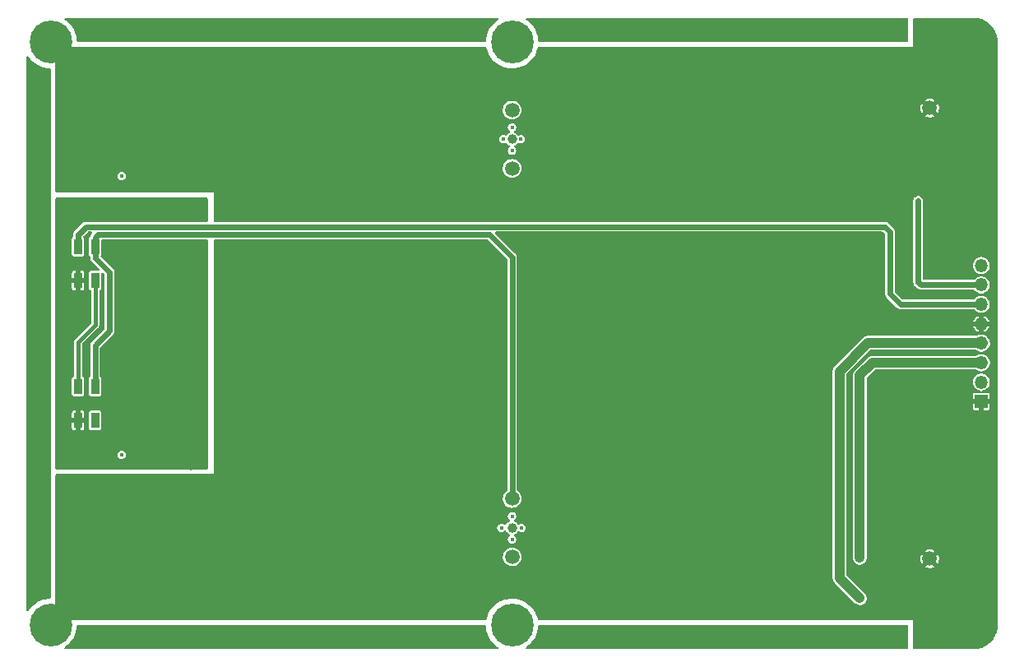
<source format=gbr>
%TF.GenerationSoftware,KiCad,Pcbnew,(5.99.0-11174-ge2a2c3282a)*%
%TF.CreationDate,2021-07-05T22:54:39+02:00*%
%TF.ProjectId,flatlight_rev20_LEDSIDE,666c6174-6c69-4676-9874-5f7265763230,rev?*%
%TF.SameCoordinates,Original*%
%TF.FileFunction,Copper,L4,Bot*%
%TF.FilePolarity,Positive*%
%FSLAX46Y46*%
G04 Gerber Fmt 4.6, Leading zero omitted, Abs format (unit mm)*
G04 Created by KiCad (PCBNEW (5.99.0-11174-ge2a2c3282a)) date 2021-07-05 22:54:39*
%MOMM*%
%LPD*%
G01*
G04 APERTURE LIST*
%TA.AperFunction,ComponentPad*%
%ADD10C,1.500000*%
%TD*%
%TA.AperFunction,ComponentPad*%
%ADD11C,0.700000*%
%TD*%
%TA.AperFunction,ComponentPad*%
%ADD12C,4.400000*%
%TD*%
%TA.AperFunction,SMDPad,CuDef*%
%ADD13R,0.850000X1.600000*%
%TD*%
%TA.AperFunction,ComponentPad*%
%ADD14R,1.350000X1.350000*%
%TD*%
%TA.AperFunction,ComponentPad*%
%ADD15O,1.350000X1.350000*%
%TD*%
%TA.AperFunction,ViaPad*%
%ADD16C,0.450000*%
%TD*%
%TA.AperFunction,ViaPad*%
%ADD17C,1.000000*%
%TD*%
%TA.AperFunction,ViaPad*%
%ADD18C,0.500000*%
%TD*%
%TA.AperFunction,Conductor*%
%ADD19C,0.600000*%
%TD*%
%TA.AperFunction,Conductor*%
%ADD20C,0.200000*%
%TD*%
%TA.AperFunction,Conductor*%
%ADD21C,1.000000*%
%TD*%
%TA.AperFunction,Conductor*%
%ADD22C,0.400000*%
%TD*%
G04 APERTURE END LIST*
D10*
%TO.P,H14,1,1*%
%TO.N,+BATT*%
X204750000Y-114550000D03*
%TD*%
D11*
%TO.P,H10,1,1*%
%TO.N,GND*%
X158416726Y-68716726D03*
X157250000Y-65900000D03*
X158900000Y-67550000D03*
X156083274Y-66383274D03*
X156083274Y-68716726D03*
X155600000Y-67550000D03*
X158416726Y-66383274D03*
X157250000Y-69200000D03*
D12*
X157250000Y-67550000D03*
%TD*%
D11*
%TO.P,H9,1,1*%
%TO.N,GND*%
X158416726Y-126383274D03*
D12*
X157250000Y-127550000D03*
D11*
X158900000Y-127550000D03*
X157250000Y-125900000D03*
X157250000Y-129200000D03*
X158416726Y-128716726D03*
X156083274Y-128716726D03*
X155600000Y-127550000D03*
X156083274Y-126383274D03*
%TD*%
D10*
%TO.P,H19,1,1*%
%TO.N,GND*%
X247750000Y-120750000D03*
%TD*%
%TO.P,H20,1,1*%
%TO.N,GND*%
X247750000Y-74350000D03*
%TD*%
%TO.P,H16,1,1*%
%TO.N,+BATT*%
X204750000Y-80550000D03*
%TD*%
%TO.P,H15,1,1*%
%TO.N,+BATT*%
X204750000Y-74550000D03*
%TD*%
%TO.P,H13,1,1*%
%TO.N,+BATT*%
X204750000Y-120550000D03*
%TD*%
D11*
%TO.P,H7,1,1*%
%TO.N,+BATT*%
X203583274Y-68716726D03*
X205916726Y-68716726D03*
X203100000Y-67550000D03*
X204750000Y-69200000D03*
D12*
X204750000Y-67550000D03*
D11*
X206400000Y-67550000D03*
X204750000Y-65900000D03*
X203583274Y-66383274D03*
X205916726Y-66383274D03*
%TD*%
%TO.P,H11,1,1*%
%TO.N,+BATT*%
X203583274Y-128716726D03*
X205916726Y-128716726D03*
X203583274Y-126383274D03*
X205916726Y-126383274D03*
X206400000Y-127550000D03*
X203100000Y-127550000D03*
X204750000Y-125900000D03*
X204750000Y-129200000D03*
D12*
X204750000Y-127550000D03*
%TD*%
D11*
%TO.P,H12,1,1*%
%TO.N,GND*%
X251083274Y-66383274D03*
X252250000Y-65900000D03*
D12*
X252250000Y-67550000D03*
D11*
X252250000Y-69200000D03*
X250600000Y-67550000D03*
X251083274Y-68716726D03*
X253900000Y-67550000D03*
X253416726Y-68716726D03*
X253416726Y-66383274D03*
%TD*%
%TO.P,H8,1,1*%
%TO.N,GND*%
X253900000Y-127550000D03*
X253416726Y-126383274D03*
X251083274Y-128716726D03*
X252250000Y-129200000D03*
X252250000Y-125900000D03*
X253416726Y-128716726D03*
X250600000Y-127550000D03*
D12*
X252250000Y-127550000D03*
D11*
X251083274Y-126383274D03*
%TD*%
D13*
%TO.P,D35,1,DOUT*%
%TO.N,unconnected-(D35-Pad1)*%
X161825000Y-106500000D03*
%TO.P,D35,2,VSS*%
%TO.N,WS_GNDBUS*%
X160075000Y-106500000D03*
%TO.P,D35,3,DIN*%
%TO.N,Net-(D34-Pad1)*%
X160075000Y-103000000D03*
%TO.P,D35,4,VDD*%
%TO.N,+BATT*%
X161825000Y-103000000D03*
%TD*%
%TO.P,D34,1,DOUT*%
%TO.N,Net-(D34-Pad1)*%
X161825000Y-92100000D03*
%TO.P,D34,2,VSS*%
%TO.N,WS_GNDBUS*%
X160075000Y-92100000D03*
%TO.P,D34,3,DIN*%
%TO.N,LS_WS_SDAT*%
X160075000Y-88600000D03*
%TO.P,D34,4,VDD*%
%TO.N,+BATT*%
X161825000Y-88600000D03*
%TD*%
D14*
%TO.P,J5,1,Pin_1*%
%TO.N,GND*%
X253050000Y-104550000D03*
D15*
%TO.P,J5,2,Pin_2*%
%TO.N,LS_LED_PWM*%
X253050000Y-102550000D03*
%TO.P,J5,3,Pin_3*%
%TO.N,+3V3*%
X253050000Y-100550000D03*
%TO.P,J5,4,Pin_4*%
%TO.N,LS_LED_NTC*%
X253050000Y-98550000D03*
%TO.P,J5,5,Pin_5*%
%TO.N,GND*%
X253050000Y-96550000D03*
%TO.P,J5,6,Pin_6*%
%TO.N,LS_WS_SDAT*%
X253050000Y-94550000D03*
%TO.P,J5,7,Pin_7*%
%TO.N,LS_WS_LDAT*%
X253050000Y-92550000D03*
%TO.P,J5,8,Pin_8*%
%TO.N,LS_WS_POWER*%
X253050000Y-90550000D03*
%TD*%
D16*
%TO.N,GND*%
X254000000Y-122550000D03*
X248750000Y-65800000D03*
X247850000Y-101650000D03*
D17*
X247750000Y-71050000D03*
D16*
X249250000Y-89350000D03*
D17*
X247750000Y-69050000D03*
D18*
X246750000Y-129300000D03*
D17*
X247750000Y-126050000D03*
D16*
X248650000Y-89350000D03*
X246650000Y-101650000D03*
X254000000Y-114550000D03*
X254000000Y-84550000D03*
X254000000Y-110550000D03*
X254000000Y-76550000D03*
X254000000Y-118550000D03*
X254000000Y-106550000D03*
X247250000Y-101650000D03*
X246750000Y-65800000D03*
D17*
X247750000Y-124050000D03*
D16*
X254000000Y-80550000D03*
D18*
X248750000Y-129300000D03*
D16*
X248050000Y-89350000D03*
X254000000Y-72550000D03*
X254000000Y-88550000D03*
D17*
%TO.N,+BATT*%
X204750000Y-117550000D03*
D16*
X204750000Y-116350000D03*
X204750000Y-118750000D03*
X204750000Y-78750000D03*
D17*
X204750000Y-77550000D03*
D16*
X203850000Y-77550000D03*
X205650000Y-77550000D03*
X204750000Y-76350000D03*
X205750000Y-117550000D03*
X203650000Y-117550000D03*
%TO.N,LS_WS_LDAT*%
X246550000Y-83900000D03*
%TO.N,+3V3*%
X240550000Y-120650000D03*
D17*
%TO.N,Net-(D10-Pad1)*%
X227000000Y-66300000D03*
X197500000Y-66300000D03*
X235250000Y-129300000D03*
X191550000Y-128800000D03*
X193050000Y-129300000D03*
X244200000Y-129300000D03*
X156000000Y-120300000D03*
X155500000Y-88800000D03*
X155500000Y-85800000D03*
X164500000Y-66300000D03*
X224750000Y-128800000D03*
X182550000Y-128800000D03*
X214250000Y-129300000D03*
X188500000Y-66300000D03*
X155500000Y-103800000D03*
X179550000Y-128800000D03*
X224000000Y-66300000D03*
X156000000Y-108300000D03*
X187050000Y-129300000D03*
X190050000Y-129300000D03*
X220250000Y-129300000D03*
X232250000Y-129300000D03*
X222500000Y-65800000D03*
X190000000Y-65800000D03*
X239000000Y-66300000D03*
X229250000Y-129300000D03*
X178000000Y-65800000D03*
X164550000Y-128800000D03*
X155500000Y-121800000D03*
X163050000Y-129300000D03*
X181050000Y-129300000D03*
X156000000Y-87300000D03*
X228500000Y-65800000D03*
X155500000Y-109800000D03*
X211250000Y-129300000D03*
X233750000Y-128800000D03*
X226250000Y-129300000D03*
X191500000Y-66300000D03*
X156000000Y-102300000D03*
X209000000Y-66300000D03*
X155500000Y-82800000D03*
X236750000Y-128800000D03*
X155500000Y-106800000D03*
X156000000Y-75300000D03*
X196050000Y-129300000D03*
X216500000Y-65800000D03*
X155500000Y-97800000D03*
X187000000Y-65800000D03*
X155500000Y-112800000D03*
X243500000Y-65800000D03*
X155500000Y-100800000D03*
X242750000Y-128800000D03*
X169000000Y-65800000D03*
X156000000Y-81300000D03*
X200550000Y-128800000D03*
X194550000Y-128800000D03*
X242000000Y-66300000D03*
X184050000Y-129300000D03*
X197550000Y-128800000D03*
X212000000Y-66300000D03*
X199000000Y-65800000D03*
X237500000Y-65800000D03*
X156000000Y-105300000D03*
X155500000Y-79800000D03*
X167550000Y-128800000D03*
X170550000Y-128800000D03*
X175050000Y-129300000D03*
X225500000Y-65800000D03*
X167500000Y-66300000D03*
X179500000Y-66300000D03*
X156000000Y-111300000D03*
X194500000Y-66300000D03*
X155500000Y-115800000D03*
X161500000Y-66300000D03*
X178050000Y-129300000D03*
X233000000Y-66300000D03*
X219500000Y-65800000D03*
X156000000Y-117300000D03*
X231500000Y-65800000D03*
X175000000Y-65800000D03*
X213500000Y-65800000D03*
X239750000Y-128800000D03*
X156000000Y-96300000D03*
X185500000Y-66300000D03*
X200500000Y-66300000D03*
X155500000Y-73800000D03*
X212750000Y-128800000D03*
X227750000Y-128800000D03*
X155500000Y-76800000D03*
X156000000Y-99300000D03*
X218000000Y-66300000D03*
X156000000Y-72300000D03*
X156000000Y-78300000D03*
X170500000Y-66300000D03*
X221750000Y-128800000D03*
X173500000Y-66300000D03*
X160050000Y-129300000D03*
X173550000Y-128800000D03*
X166050000Y-129300000D03*
X215000000Y-66300000D03*
X163000000Y-65800000D03*
X209750000Y-128800000D03*
X240500000Y-65800000D03*
X156000000Y-123300000D03*
X155500000Y-94800000D03*
X156000000Y-93300000D03*
X166000000Y-65800000D03*
X176550000Y-128800000D03*
X155500000Y-91800000D03*
X230750000Y-128800000D03*
X176500000Y-66300000D03*
X210500000Y-65800000D03*
X223250000Y-129300000D03*
X221000000Y-66300000D03*
X185550000Y-128800000D03*
X181000000Y-65800000D03*
X155500000Y-118800000D03*
X156000000Y-114300000D03*
X169050000Y-129300000D03*
X236000000Y-66300000D03*
X172000000Y-65800000D03*
X182500000Y-66300000D03*
X196000000Y-65800000D03*
X156000000Y-84300000D03*
X241250000Y-129300000D03*
X234500000Y-65800000D03*
X193000000Y-65800000D03*
X238250000Y-129300000D03*
X218750000Y-128800000D03*
X217250000Y-129300000D03*
X172050000Y-129300000D03*
X161550000Y-128800000D03*
X230000000Y-66300000D03*
X184000000Y-65800000D03*
X208250000Y-129300000D03*
X215750000Y-128800000D03*
X199050000Y-129300000D03*
X156000000Y-90300000D03*
X188550000Y-128800000D03*
D16*
%TO.N,LS_LED_NTC*%
X240550000Y-124800000D03*
%TO.N,WS_GNDBUS*%
X172600000Y-110550000D03*
D17*
X171650000Y-111100000D03*
X171650000Y-84100000D03*
D16*
X170600000Y-84700000D03*
X170600000Y-110600000D03*
D17*
X171650000Y-110000000D03*
X171650000Y-85200000D03*
D16*
X172600000Y-84650000D03*
%TO.N,Net-(D25-Pad1)*%
X164550000Y-81350000D03*
X164550000Y-110050000D03*
%TD*%
D19*
%TO.N,+BATT*%
X161825000Y-88600000D02*
X161825000Y-87655000D01*
X161825000Y-89775000D02*
X163320000Y-91270000D01*
X161825000Y-98785000D02*
X161825000Y-103000000D01*
X163320000Y-91270000D02*
X163320000Y-97290000D01*
X161825000Y-88600000D02*
X161825000Y-89775000D01*
X202400000Y-87350000D02*
X204750000Y-89700000D01*
X162130000Y-87350000D02*
X202400000Y-87350000D01*
X161825000Y-87655000D02*
X162130000Y-87350000D01*
X163320000Y-97290000D02*
X161825000Y-98785000D01*
D20*
X204800000Y-117300000D02*
X204750000Y-117350000D01*
D19*
X204750000Y-89700000D02*
X204750000Y-114550000D01*
%TO.N,LS_WS_LDAT*%
X246550000Y-83900000D02*
X246550000Y-92250000D01*
X246550000Y-92250000D02*
X246850000Y-92550000D01*
X246850000Y-92550000D02*
X253250000Y-92550000D01*
%TO.N,LS_WS_SDAT*%
X243650000Y-93450000D02*
X243650000Y-87100000D01*
X244750000Y-94550000D02*
X243650000Y-93450000D01*
X160890000Y-86550000D02*
X160075000Y-87365000D01*
X253250000Y-94550000D02*
X244750000Y-94550000D01*
X243650000Y-87100000D02*
X243100000Y-86550000D01*
X160075000Y-87365000D02*
X160075000Y-88600000D01*
X243100000Y-86550000D02*
X160890000Y-86550000D01*
D21*
%TO.N,+3V3*%
X240550000Y-101850000D02*
X241850000Y-100550000D01*
X241850000Y-100550000D02*
X253250000Y-100550000D01*
X240550000Y-120650000D02*
X240550000Y-101850000D01*
%TO.N,LS_LED_NTC*%
X253200000Y-98500000D02*
X253250000Y-98550000D01*
X238450000Y-122700000D02*
X238450000Y-101450000D01*
X238450000Y-101450000D02*
X241400000Y-98500000D01*
X240550000Y-124800000D02*
X238450000Y-122700000D01*
X241400000Y-98500000D02*
X253200000Y-98500000D01*
D22*
%TO.N,Net-(D34-Pad1)*%
X161850000Y-96650000D02*
X160075000Y-98425000D01*
X161850000Y-92100000D02*
X161850000Y-96650000D01*
X160075000Y-98425000D02*
X160075000Y-103000000D01*
%TD*%
%TA.AperFunction,Conductor*%
%TO.N,GND*%
G36*
X252250000Y-65052705D02*
G01*
X252250000Y-65055000D01*
X252350926Y-65056759D01*
X252356916Y-65057008D01*
X252452475Y-65063271D01*
X252460680Y-65064079D01*
X252689908Y-65094258D01*
X252698041Y-65095601D01*
X252775315Y-65110971D01*
X252783330Y-65112839D01*
X252952586Y-65158191D01*
X253006696Y-65172690D01*
X253014579Y-65175081D01*
X253089205Y-65200414D01*
X253096878Y-65203302D01*
X253310520Y-65291795D01*
X253318006Y-65295187D01*
X253388534Y-65329967D01*
X253388694Y-65330046D01*
X253395965Y-65333933D01*
X253596190Y-65449534D01*
X253603191Y-65453887D01*
X253645464Y-65482132D01*
X253668714Y-65497667D01*
X253675408Y-65502465D01*
X253858840Y-65643218D01*
X253865213Y-65648448D01*
X253924467Y-65700412D01*
X253930485Y-65706049D01*
X254093951Y-65869515D01*
X254099588Y-65875533D01*
X254151552Y-65934787D01*
X254156782Y-65941160D01*
X254297535Y-66124592D01*
X254302339Y-66131295D01*
X254346113Y-66196809D01*
X254350466Y-66203810D01*
X254466067Y-66404035D01*
X254469954Y-66411306D01*
X254504808Y-66481982D01*
X254508205Y-66489480D01*
X254596698Y-66703122D01*
X254599586Y-66710795D01*
X254624917Y-66785416D01*
X254627310Y-66793304D01*
X254687161Y-67016670D01*
X254689029Y-67024685D01*
X254704399Y-67101959D01*
X254705742Y-67110092D01*
X254735921Y-67339320D01*
X254736729Y-67347524D01*
X254742992Y-67443084D01*
X254743241Y-67449074D01*
X254745000Y-67550000D01*
X254747232Y-67550000D01*
X254750000Y-67568126D01*
X254750000Y-127525831D01*
X254747295Y-127550000D01*
X254745000Y-127550000D01*
X254743241Y-127650926D01*
X254742992Y-127656916D01*
X254736729Y-127752475D01*
X254735921Y-127760680D01*
X254705742Y-127989908D01*
X254704399Y-127998041D01*
X254689029Y-128075315D01*
X254687161Y-128083330D01*
X254641809Y-128252586D01*
X254627310Y-128306696D01*
X254624919Y-128314579D01*
X254599586Y-128389205D01*
X254596698Y-128396878D01*
X254508205Y-128610520D01*
X254504808Y-128618018D01*
X254469954Y-128688694D01*
X254466067Y-128695965D01*
X254350466Y-128896190D01*
X254346113Y-128903191D01*
X254302339Y-128968705D01*
X254297535Y-128975408D01*
X254156782Y-129158840D01*
X254151552Y-129165213D01*
X254099588Y-129224467D01*
X254093951Y-129230485D01*
X253930485Y-129393951D01*
X253924467Y-129399588D01*
X253865213Y-129451552D01*
X253858840Y-129456782D01*
X253675408Y-129597535D01*
X253668714Y-129602333D01*
X253645464Y-129617868D01*
X253603191Y-129646113D01*
X253596190Y-129650466D01*
X253395965Y-129766067D01*
X253388694Y-129769954D01*
X253318006Y-129804813D01*
X253310520Y-129808205D01*
X253096878Y-129896698D01*
X253089205Y-129899586D01*
X253014579Y-129924919D01*
X253006696Y-129927310D01*
X252952586Y-129941809D01*
X252783330Y-129987161D01*
X252775315Y-129989029D01*
X252698041Y-130004399D01*
X252689908Y-130005742D01*
X252460680Y-130035921D01*
X252452476Y-130036729D01*
X252356916Y-130042992D01*
X252350926Y-130043241D01*
X252296189Y-130044195D01*
X252266504Y-130044712D01*
X252266501Y-130044712D01*
X252250000Y-130045000D01*
X252250000Y-130047232D01*
X252231874Y-130050000D01*
X246176000Y-130050000D01*
X246107879Y-130029998D01*
X246061386Y-129976342D01*
X246050000Y-129924000D01*
X246050000Y-121576508D01*
X247288322Y-121576508D01*
X247293231Y-121583066D01*
X247362450Y-121621751D01*
X247373689Y-121626661D01*
X247539155Y-121680424D01*
X247551129Y-121683057D01*
X247723896Y-121703659D01*
X247736145Y-121703916D01*
X247909624Y-121690567D01*
X247921694Y-121688439D01*
X248089278Y-121641649D01*
X248100700Y-121637219D01*
X248202334Y-121585879D01*
X248212618Y-121576234D01*
X248210380Y-121569590D01*
X247762812Y-121122022D01*
X247748868Y-121114408D01*
X247747035Y-121114539D01*
X247740420Y-121118790D01*
X247295082Y-121564128D01*
X247288322Y-121576508D01*
X246050000Y-121576508D01*
X246050000Y-120742815D01*
X246796012Y-120742815D01*
X246810570Y-120916181D01*
X246812785Y-120928248D01*
X246860738Y-121095484D01*
X246865257Y-121106896D01*
X246914223Y-121202173D01*
X246923942Y-121212392D01*
X246930742Y-121210048D01*
X247377978Y-120762812D01*
X247384356Y-120751132D01*
X248114408Y-120751132D01*
X248114539Y-120752965D01*
X248118790Y-120759580D01*
X248564121Y-121204911D01*
X248576501Y-121211671D01*
X248583234Y-121206630D01*
X248619025Y-121143627D01*
X248624014Y-121132421D01*
X248678928Y-120967342D01*
X248681648Y-120955371D01*
X248703783Y-120780157D01*
X248704274Y-120773130D01*
X248704548Y-120753505D01*
X248704255Y-120746512D01*
X248687018Y-120570717D01*
X248684635Y-120558682D01*
X248634350Y-120392131D01*
X248629677Y-120380792D01*
X248585675Y-120298035D01*
X248575815Y-120287954D01*
X248568688Y-120290522D01*
X248122022Y-120737188D01*
X248114408Y-120751132D01*
X247384356Y-120751132D01*
X247385592Y-120748868D01*
X247385461Y-120747035D01*
X247381210Y-120740420D01*
X246935830Y-120295040D01*
X246923450Y-120288280D01*
X246917062Y-120293062D01*
X246875563Y-120368547D01*
X246870734Y-120379813D01*
X246818125Y-120545658D01*
X246815577Y-120557647D01*
X246796183Y-120730547D01*
X246796012Y-120742815D01*
X246050000Y-120742815D01*
X246050000Y-119924081D01*
X247287800Y-119924081D01*
X247290254Y-119931044D01*
X247737188Y-120377978D01*
X247751132Y-120385592D01*
X247752965Y-120385461D01*
X247759580Y-120381210D01*
X248205037Y-119935753D01*
X248211797Y-119923373D01*
X248207138Y-119917150D01*
X248125341Y-119872923D01*
X248114034Y-119868170D01*
X247947833Y-119816722D01*
X247935822Y-119814256D01*
X247762792Y-119796070D01*
X247750524Y-119795985D01*
X247577265Y-119811753D01*
X247565216Y-119814051D01*
X247398315Y-119863173D01*
X247386940Y-119867768D01*
X247297949Y-119914292D01*
X247287800Y-119924081D01*
X246050000Y-119924081D01*
X246050000Y-104817548D01*
X252170000Y-104817548D01*
X252170000Y-105218813D01*
X252171207Y-105231067D01*
X252183184Y-105291279D01*
X252192499Y-105313768D01*
X252223150Y-105359641D01*
X252240359Y-105376850D01*
X252286232Y-105407501D01*
X252308721Y-105416816D01*
X252368933Y-105428793D01*
X252381187Y-105430000D01*
X252777885Y-105430000D01*
X252793124Y-105425525D01*
X252794329Y-105424135D01*
X252796000Y-105416452D01*
X252796000Y-104822115D01*
X252794659Y-104817548D01*
X253304000Y-104817548D01*
X253304000Y-105411885D01*
X253308475Y-105427124D01*
X253309865Y-105428329D01*
X253317548Y-105430000D01*
X253718813Y-105430000D01*
X253731067Y-105428793D01*
X253791279Y-105416816D01*
X253813768Y-105407501D01*
X253859641Y-105376850D01*
X253876850Y-105359641D01*
X253907501Y-105313768D01*
X253916816Y-105291279D01*
X253928793Y-105231067D01*
X253930000Y-105218813D01*
X253930000Y-104822115D01*
X253925525Y-104806876D01*
X253924135Y-104805671D01*
X253916452Y-104804000D01*
X253322115Y-104804000D01*
X253306876Y-104808475D01*
X253305671Y-104809865D01*
X253304000Y-104817548D01*
X252794659Y-104817548D01*
X252791525Y-104806876D01*
X252790135Y-104805671D01*
X252782452Y-104804000D01*
X252188115Y-104804000D01*
X252172876Y-104808475D01*
X252171671Y-104809865D01*
X252170000Y-104817548D01*
X246050000Y-104817548D01*
X246050000Y-102550000D01*
X252169678Y-102550000D01*
X252188915Y-102733029D01*
X252245786Y-102908059D01*
X252337805Y-103067440D01*
X252460950Y-103204207D01*
X252466292Y-103208088D01*
X252466294Y-103208090D01*
X252604497Y-103308500D01*
X252609839Y-103312381D01*
X252615867Y-103315065D01*
X252615869Y-103315066D01*
X252771935Y-103384551D01*
X252777966Y-103387236D01*
X252784427Y-103388609D01*
X252784432Y-103388611D01*
X252935648Y-103420754D01*
X252998122Y-103454482D01*
X253032443Y-103516632D01*
X253027715Y-103587471D01*
X252985439Y-103644508D01*
X252919037Y-103669635D01*
X252909451Y-103670000D01*
X252381187Y-103670000D01*
X252368933Y-103671207D01*
X252308721Y-103683184D01*
X252286232Y-103692499D01*
X252240359Y-103723150D01*
X252223150Y-103740359D01*
X252192499Y-103786232D01*
X252183184Y-103808721D01*
X252171207Y-103868933D01*
X252170000Y-103881187D01*
X252170000Y-104277885D01*
X252174475Y-104293124D01*
X252175865Y-104294329D01*
X252183548Y-104296000D01*
X253911885Y-104296000D01*
X253927124Y-104291525D01*
X253928329Y-104290135D01*
X253930000Y-104282452D01*
X253930000Y-103881187D01*
X253928793Y-103868933D01*
X253916816Y-103808721D01*
X253907501Y-103786232D01*
X253876850Y-103740359D01*
X253859641Y-103723150D01*
X253813768Y-103692499D01*
X253791279Y-103683184D01*
X253731067Y-103671207D01*
X253718813Y-103670000D01*
X253190549Y-103670000D01*
X253122428Y-103649998D01*
X253075935Y-103596342D01*
X253065831Y-103526068D01*
X253095325Y-103461488D01*
X253155051Y-103423104D01*
X253164352Y-103420754D01*
X253315568Y-103388611D01*
X253315573Y-103388609D01*
X253322034Y-103387236D01*
X253328065Y-103384551D01*
X253484131Y-103315066D01*
X253484133Y-103315065D01*
X253490161Y-103312381D01*
X253495503Y-103308500D01*
X253633706Y-103208090D01*
X253633708Y-103208088D01*
X253639050Y-103204207D01*
X253762195Y-103067440D01*
X253854214Y-102908059D01*
X253911085Y-102733029D01*
X253930322Y-102550000D01*
X253911085Y-102366971D01*
X253854214Y-102191941D01*
X253762195Y-102032560D01*
X253639050Y-101895793D01*
X253633708Y-101891912D01*
X253633706Y-101891910D01*
X253495503Y-101791500D01*
X253495502Y-101791499D01*
X253490161Y-101787619D01*
X253484133Y-101784935D01*
X253484131Y-101784934D01*
X253328065Y-101715449D01*
X253328064Y-101715449D01*
X253322034Y-101712764D01*
X253232026Y-101693632D01*
X253148476Y-101675872D01*
X253148471Y-101675872D01*
X253142019Y-101674500D01*
X253141155Y-101674500D01*
X253077467Y-101648298D01*
X253049622Y-101608398D01*
X253029786Y-101642013D01*
X252966375Y-101673944D01*
X252962509Y-101674500D01*
X252957981Y-101674500D01*
X252951529Y-101675872D01*
X252951524Y-101675872D01*
X252867974Y-101693632D01*
X252777966Y-101712764D01*
X252771936Y-101715449D01*
X252771935Y-101715449D01*
X252615869Y-101784934D01*
X252615867Y-101784935D01*
X252609839Y-101787619D01*
X252604498Y-101791499D01*
X252604497Y-101791500D01*
X252466294Y-101891910D01*
X252466292Y-101891912D01*
X252460950Y-101895793D01*
X252337805Y-102032560D01*
X252245786Y-102191941D01*
X252188915Y-102366971D01*
X252169678Y-102550000D01*
X246050000Y-102550000D01*
X246050000Y-101376500D01*
X246070002Y-101308379D01*
X246123658Y-101261886D01*
X246176000Y-101250500D01*
X252483727Y-101250500D01*
X252557788Y-101274564D01*
X252604497Y-101308500D01*
X252609839Y-101312381D01*
X252615867Y-101315065D01*
X252615869Y-101315066D01*
X252771935Y-101384551D01*
X252777966Y-101387236D01*
X252867974Y-101406368D01*
X252951524Y-101424128D01*
X252951529Y-101424128D01*
X252957981Y-101425500D01*
X252958845Y-101425500D01*
X253022533Y-101451702D01*
X253050378Y-101491602D01*
X253070214Y-101457987D01*
X253133625Y-101426056D01*
X253137491Y-101425500D01*
X253142019Y-101425500D01*
X253148471Y-101424128D01*
X253148476Y-101424128D01*
X253232026Y-101406368D01*
X253322034Y-101387236D01*
X253328065Y-101384551D01*
X253484131Y-101315066D01*
X253484133Y-101315065D01*
X253490161Y-101312381D01*
X253495503Y-101308500D01*
X253633706Y-101208090D01*
X253633708Y-101208088D01*
X253639050Y-101204207D01*
X253762195Y-101067440D01*
X253826921Y-100955332D01*
X253828865Y-100956455D01*
X253830110Y-100953053D01*
X253829322Y-100952636D01*
X253832364Y-100946891D01*
X253832365Y-100946889D01*
X253837581Y-100937037D01*
X253839817Y-100932994D01*
X253850912Y-100913778D01*
X253854214Y-100908059D01*
X253855934Y-100902764D01*
X253858279Y-100897945D01*
X253908641Y-100802829D01*
X253949937Y-100638423D01*
X253950824Y-100468912D01*
X253911252Y-100304082D01*
X253855662Y-100196379D01*
X253855642Y-100196338D01*
X253854214Y-100191941D01*
X253847754Y-100180751D01*
X253844909Y-100175545D01*
X253836991Y-100160203D01*
X253836989Y-100160200D01*
X253833505Y-100153450D01*
X253829539Y-100148904D01*
X253827362Y-100145433D01*
X253765496Y-100038278D01*
X253762195Y-100032560D01*
X253639050Y-99895793D01*
X253633708Y-99891912D01*
X253633706Y-99891910D01*
X253495503Y-99791500D01*
X253495502Y-99791499D01*
X253490161Y-99787619D01*
X253484133Y-99784935D01*
X253484131Y-99784934D01*
X253328065Y-99715449D01*
X253328064Y-99715449D01*
X253322034Y-99712764D01*
X253232026Y-99693632D01*
X253148476Y-99675872D01*
X253148471Y-99675872D01*
X253142019Y-99674500D01*
X253141155Y-99674500D01*
X253077467Y-99648298D01*
X253049622Y-99608398D01*
X253029786Y-99642013D01*
X252966375Y-99673944D01*
X252962509Y-99674500D01*
X252957981Y-99674500D01*
X252951529Y-99675872D01*
X252951524Y-99675872D01*
X252867974Y-99693632D01*
X252777966Y-99712764D01*
X252771936Y-99715449D01*
X252771935Y-99715449D01*
X252615869Y-99784934D01*
X252615867Y-99784935D01*
X252609839Y-99787619D01*
X252604498Y-99791499D01*
X252604497Y-99791500D01*
X252557788Y-99825436D01*
X252483727Y-99849500D01*
X246176000Y-99849500D01*
X246107879Y-99829498D01*
X246061386Y-99775842D01*
X246050000Y-99723500D01*
X246050000Y-99326500D01*
X246070002Y-99258379D01*
X246123658Y-99211886D01*
X246176000Y-99200500D01*
X252414908Y-99200500D01*
X252488969Y-99224564D01*
X252609839Y-99312381D01*
X252615867Y-99315065D01*
X252615869Y-99315066D01*
X252771935Y-99384551D01*
X252777966Y-99387236D01*
X252867974Y-99406368D01*
X252951524Y-99424128D01*
X252951529Y-99424128D01*
X252957981Y-99425500D01*
X252958845Y-99425500D01*
X253022533Y-99451702D01*
X253050378Y-99491602D01*
X253070214Y-99457987D01*
X253133625Y-99426056D01*
X253137491Y-99425500D01*
X253142019Y-99425500D01*
X253148471Y-99424128D01*
X253148476Y-99424128D01*
X253232026Y-99406368D01*
X253322034Y-99387236D01*
X253328065Y-99384551D01*
X253484131Y-99315066D01*
X253484133Y-99315065D01*
X253490161Y-99312381D01*
X253628481Y-99211886D01*
X253633706Y-99208090D01*
X253633708Y-99208088D01*
X253639050Y-99204207D01*
X253762195Y-99067440D01*
X253854214Y-98908059D01*
X253855572Y-98903880D01*
X253861598Y-98892426D01*
X253887499Y-98850159D01*
X253891466Y-98843686D01*
X253943004Y-98682197D01*
X253943521Y-98674616D01*
X253954018Y-98520653D01*
X253954018Y-98520649D01*
X253954534Y-98513077D01*
X253925390Y-98346088D01*
X253857254Y-98190872D01*
X253847508Y-98178170D01*
X253838351Y-98164466D01*
X253765496Y-98038278D01*
X253762195Y-98032560D01*
X253639050Y-97895793D01*
X253633708Y-97891912D01*
X253633706Y-97891910D01*
X253495503Y-97791500D01*
X253495502Y-97791499D01*
X253490161Y-97787619D01*
X253484133Y-97784935D01*
X253484131Y-97784934D01*
X253328065Y-97715449D01*
X253328064Y-97715449D01*
X253322034Y-97712764D01*
X253232026Y-97693632D01*
X253148476Y-97675872D01*
X253148471Y-97675872D01*
X253142019Y-97674500D01*
X252957981Y-97674500D01*
X252951529Y-97675872D01*
X252951524Y-97675872D01*
X252867974Y-97693632D01*
X252777966Y-97712764D01*
X252609839Y-97787619D01*
X252608920Y-97785554D01*
X252556879Y-97799500D01*
X246176000Y-97799500D01*
X246107879Y-97779498D01*
X246061386Y-97725842D01*
X246050000Y-97673500D01*
X246050000Y-96815000D01*
X252216074Y-96815000D01*
X252244202Y-96901571D01*
X252249548Y-96913578D01*
X252334909Y-97061427D01*
X252342630Y-97072053D01*
X252456864Y-97198923D01*
X252466630Y-97207717D01*
X252604748Y-97308065D01*
X252616120Y-97314631D01*
X252772089Y-97384073D01*
X252780043Y-97386658D01*
X252792341Y-97385719D01*
X252796000Y-97375764D01*
X252796000Y-96822115D01*
X252794659Y-96817548D01*
X253304000Y-96817548D01*
X253304000Y-97372444D01*
X253307973Y-97385975D01*
X253317738Y-97387379D01*
X253327911Y-97384073D01*
X253483880Y-97314631D01*
X253495252Y-97308065D01*
X253633370Y-97207717D01*
X253643136Y-97198923D01*
X253757370Y-97072053D01*
X253765091Y-97061427D01*
X253850452Y-96913578D01*
X253855798Y-96901571D01*
X253881901Y-96821232D01*
X253882304Y-96807133D01*
X253875932Y-96804000D01*
X253322115Y-96804000D01*
X253306876Y-96808475D01*
X253305671Y-96809865D01*
X253304000Y-96817548D01*
X252794659Y-96817548D01*
X252791525Y-96806876D01*
X252790135Y-96805671D01*
X252782452Y-96804000D01*
X252230615Y-96804000D01*
X252217084Y-96807973D01*
X252216074Y-96815000D01*
X246050000Y-96815000D01*
X246050000Y-96292867D01*
X252217696Y-96292867D01*
X252224068Y-96296000D01*
X252777885Y-96296000D01*
X252793124Y-96291525D01*
X252794329Y-96290135D01*
X252796000Y-96282452D01*
X252796000Y-95727556D01*
X252795025Y-95724236D01*
X253304000Y-95724236D01*
X253304000Y-96277885D01*
X253308475Y-96293124D01*
X253309865Y-96294329D01*
X253317548Y-96296000D01*
X253869385Y-96296000D01*
X253882916Y-96292027D01*
X253883926Y-96285000D01*
X253855798Y-96198429D01*
X253850452Y-96186422D01*
X253765091Y-96038573D01*
X253757370Y-96027947D01*
X253643136Y-95901077D01*
X253633370Y-95892283D01*
X253495252Y-95791935D01*
X253483880Y-95785369D01*
X253327911Y-95715927D01*
X253319957Y-95713342D01*
X253307659Y-95714281D01*
X253304000Y-95724236D01*
X252795025Y-95724236D01*
X252792027Y-95714025D01*
X252782262Y-95712621D01*
X252772089Y-95715927D01*
X252616120Y-95785369D01*
X252604748Y-95791935D01*
X252466630Y-95892283D01*
X252456864Y-95901077D01*
X252342630Y-96027947D01*
X252334909Y-96038573D01*
X252249548Y-96186422D01*
X252244202Y-96198429D01*
X252218099Y-96278768D01*
X252217696Y-96292867D01*
X246050000Y-96292867D01*
X246050000Y-95176500D01*
X246070002Y-95108379D01*
X246123658Y-95061886D01*
X246176000Y-95050500D01*
X252266454Y-95050500D01*
X252334575Y-95070502D01*
X252360090Y-95092190D01*
X252460950Y-95204207D01*
X252466292Y-95208088D01*
X252466294Y-95208090D01*
X252604497Y-95308500D01*
X252609839Y-95312381D01*
X252615867Y-95315065D01*
X252615869Y-95315066D01*
X252771935Y-95384551D01*
X252777966Y-95387236D01*
X252867973Y-95406368D01*
X252951524Y-95424128D01*
X252951529Y-95424128D01*
X252957981Y-95425500D01*
X253142019Y-95425500D01*
X253148471Y-95424128D01*
X253148476Y-95424128D01*
X253232027Y-95406368D01*
X253322034Y-95387236D01*
X253328065Y-95384551D01*
X253484131Y-95315066D01*
X253484133Y-95315065D01*
X253490161Y-95312381D01*
X253495503Y-95308500D01*
X253633706Y-95208090D01*
X253633708Y-95208088D01*
X253639050Y-95204207D01*
X253643472Y-95199296D01*
X253757776Y-95072348D01*
X253757777Y-95072347D01*
X253762195Y-95067440D01*
X253854214Y-94908059D01*
X253911085Y-94733029D01*
X253923112Y-94618604D01*
X253929632Y-94556565D01*
X253930322Y-94550000D01*
X253911085Y-94366971D01*
X253854214Y-94191941D01*
X253762195Y-94032560D01*
X253663998Y-93923500D01*
X253643472Y-93900704D01*
X253643471Y-93900703D01*
X253639050Y-93895793D01*
X253633708Y-93891912D01*
X253633706Y-93891910D01*
X253495503Y-93791500D01*
X253495502Y-93791499D01*
X253490161Y-93787619D01*
X253484133Y-93784935D01*
X253484131Y-93784934D01*
X253328065Y-93715449D01*
X253328064Y-93715449D01*
X253322034Y-93712764D01*
X253232026Y-93693632D01*
X253148476Y-93675872D01*
X253148471Y-93675872D01*
X253142019Y-93674500D01*
X253141155Y-93674500D01*
X253077467Y-93648298D01*
X253049622Y-93608398D01*
X253029786Y-93642013D01*
X252966375Y-93673944D01*
X252962509Y-93674500D01*
X252957981Y-93674500D01*
X252951529Y-93675872D01*
X252951524Y-93675872D01*
X252867974Y-93693632D01*
X252777966Y-93712764D01*
X252771936Y-93715449D01*
X252771935Y-93715449D01*
X252615869Y-93784934D01*
X252615867Y-93784935D01*
X252609839Y-93787619D01*
X252604498Y-93791499D01*
X252604497Y-93791500D01*
X252466294Y-93891910D01*
X252466292Y-93891912D01*
X252460950Y-93895793D01*
X252456529Y-93900703D01*
X252456528Y-93900704D01*
X252360090Y-94007810D01*
X252299644Y-94045050D01*
X252266454Y-94049500D01*
X246176000Y-94049500D01*
X246107879Y-94029498D01*
X246061386Y-93975842D01*
X246050000Y-93923500D01*
X246050000Y-92762004D01*
X246070002Y-92693883D01*
X246123658Y-92647390D01*
X246193932Y-92637286D01*
X246258512Y-92666780D01*
X246265095Y-92672909D01*
X246446934Y-92854748D01*
X246453989Y-92863578D01*
X246454436Y-92863198D01*
X246460250Y-92870029D01*
X246465042Y-92877625D01*
X246471771Y-92883568D01*
X246471772Y-92883569D01*
X246502942Y-92911097D01*
X246508629Y-92916443D01*
X246520781Y-92928595D01*
X246524362Y-92931279D01*
X246524369Y-92931285D01*
X246529772Y-92935334D01*
X246537611Y-92941716D01*
X246572469Y-92972501D01*
X246580594Y-92976315D01*
X246583760Y-92978395D01*
X246596726Y-92986186D01*
X246600061Y-92988012D01*
X246607247Y-92993398D01*
X246615649Y-92996548D01*
X246615653Y-92996550D01*
X246650801Y-93009726D01*
X246660118Y-93013652D01*
X246702206Y-93033412D01*
X246711075Y-93034793D01*
X246714693Y-93035899D01*
X246729359Y-93039747D01*
X246733049Y-93040558D01*
X246741451Y-93043708D01*
X246750397Y-93044373D01*
X246750398Y-93044373D01*
X246787828Y-93047154D01*
X246797877Y-93048308D01*
X246811955Y-93050500D01*
X246828173Y-93050500D01*
X246837510Y-93050846D01*
X246884382Y-93054329D01*
X246893158Y-93052456D01*
X246902115Y-93051845D01*
X246902120Y-93051925D01*
X246915619Y-93050500D01*
X252266454Y-93050500D01*
X252334575Y-93070502D01*
X252360090Y-93092190D01*
X252460950Y-93204207D01*
X252466292Y-93208088D01*
X252466294Y-93208090D01*
X252604497Y-93308500D01*
X252609839Y-93312381D01*
X252615867Y-93315065D01*
X252615869Y-93315066D01*
X252771935Y-93384551D01*
X252777966Y-93387236D01*
X252867973Y-93406368D01*
X252951524Y-93424128D01*
X252951529Y-93424128D01*
X252957981Y-93425500D01*
X252958845Y-93425500D01*
X253022533Y-93451702D01*
X253050378Y-93491602D01*
X253070214Y-93457987D01*
X253133625Y-93426056D01*
X253137491Y-93425500D01*
X253142019Y-93425500D01*
X253148471Y-93424128D01*
X253148476Y-93424128D01*
X253232027Y-93406368D01*
X253322034Y-93387236D01*
X253328065Y-93384551D01*
X253484131Y-93315066D01*
X253484133Y-93315065D01*
X253490161Y-93312381D01*
X253495503Y-93308500D01*
X253633706Y-93208090D01*
X253633708Y-93208088D01*
X253639050Y-93204207D01*
X253762195Y-93067440D01*
X253838467Y-92935334D01*
X253850910Y-92913782D01*
X253850911Y-92913781D01*
X253854214Y-92908059D01*
X253878394Y-92833640D01*
X253909045Y-92739308D01*
X253909045Y-92739306D01*
X253911085Y-92733029D01*
X253930322Y-92550000D01*
X253911085Y-92366971D01*
X253854214Y-92191941D01*
X253762195Y-92032560D01*
X253663998Y-91923500D01*
X253643472Y-91900704D01*
X253643471Y-91900703D01*
X253639050Y-91895793D01*
X253633708Y-91891912D01*
X253633706Y-91891910D01*
X253495503Y-91791500D01*
X253495502Y-91791499D01*
X253490161Y-91787619D01*
X253484133Y-91784935D01*
X253484131Y-91784934D01*
X253328065Y-91715449D01*
X253328064Y-91715449D01*
X253322034Y-91712764D01*
X253232026Y-91693632D01*
X253148476Y-91675872D01*
X253148471Y-91675872D01*
X253142019Y-91674500D01*
X253141155Y-91674500D01*
X253077467Y-91648298D01*
X253049622Y-91608398D01*
X253029786Y-91642013D01*
X252966375Y-91673944D01*
X252962509Y-91674500D01*
X252957981Y-91674500D01*
X252951529Y-91675872D01*
X252951524Y-91675872D01*
X252867974Y-91693632D01*
X252777966Y-91712764D01*
X252771936Y-91715449D01*
X252771935Y-91715449D01*
X252615869Y-91784934D01*
X252615867Y-91784935D01*
X252609839Y-91787619D01*
X252604498Y-91791499D01*
X252604497Y-91791500D01*
X252466294Y-91891910D01*
X252466292Y-91891912D01*
X252460950Y-91895793D01*
X252456529Y-91900703D01*
X252456528Y-91900704D01*
X252360090Y-92007810D01*
X252299644Y-92045050D01*
X252266454Y-92049500D01*
X247176500Y-92049500D01*
X247108379Y-92029498D01*
X247061886Y-91975842D01*
X247050500Y-91923500D01*
X247050500Y-90550000D01*
X252169678Y-90550000D01*
X252188915Y-90733029D01*
X252245786Y-90908059D01*
X252337805Y-91067440D01*
X252460950Y-91204207D01*
X252466292Y-91208088D01*
X252466294Y-91208090D01*
X252604497Y-91308500D01*
X252609839Y-91312381D01*
X252615867Y-91315065D01*
X252615869Y-91315066D01*
X252771935Y-91384551D01*
X252777966Y-91387236D01*
X252867973Y-91406368D01*
X252951524Y-91424128D01*
X252951529Y-91424128D01*
X252957981Y-91425500D01*
X252958845Y-91425500D01*
X253022533Y-91451702D01*
X253050378Y-91491602D01*
X253070214Y-91457987D01*
X253133625Y-91426056D01*
X253137491Y-91425500D01*
X253142019Y-91425500D01*
X253148471Y-91424128D01*
X253148476Y-91424128D01*
X253232027Y-91406368D01*
X253322034Y-91387236D01*
X253328065Y-91384551D01*
X253484131Y-91315066D01*
X253484133Y-91315065D01*
X253490161Y-91312381D01*
X253495503Y-91308500D01*
X253633706Y-91208090D01*
X253633708Y-91208088D01*
X253639050Y-91204207D01*
X253762195Y-91067440D01*
X253854214Y-90908059D01*
X253911085Y-90733029D01*
X253930322Y-90550000D01*
X253911085Y-90366971D01*
X253854214Y-90191941D01*
X253762195Y-90032560D01*
X253639050Y-89895793D01*
X253633708Y-89891912D01*
X253633706Y-89891910D01*
X253495503Y-89791500D01*
X253495502Y-89791499D01*
X253490161Y-89787619D01*
X253484133Y-89784935D01*
X253484131Y-89784934D01*
X253328065Y-89715449D01*
X253328064Y-89715449D01*
X253322034Y-89712764D01*
X253232026Y-89693632D01*
X253148476Y-89675872D01*
X253148471Y-89675872D01*
X253142019Y-89674500D01*
X252957981Y-89674500D01*
X252951529Y-89675872D01*
X252951524Y-89675872D01*
X252867974Y-89693632D01*
X252777966Y-89712764D01*
X252771936Y-89715449D01*
X252771935Y-89715449D01*
X252615869Y-89784934D01*
X252615867Y-89784935D01*
X252609839Y-89787619D01*
X252604498Y-89791499D01*
X252604497Y-89791500D01*
X252466294Y-89891910D01*
X252466292Y-89891912D01*
X252460950Y-89895793D01*
X252337805Y-90032560D01*
X252245786Y-90191941D01*
X252188915Y-90366971D01*
X252169678Y-90550000D01*
X247050500Y-90550000D01*
X247050500Y-83865086D01*
X247035182Y-83758123D01*
X246975860Y-83627651D01*
X246882303Y-83519074D01*
X246762033Y-83441118D01*
X246753436Y-83438547D01*
X246753434Y-83438546D01*
X246669696Y-83413503D01*
X246624718Y-83400052D01*
X246615742Y-83399997D01*
X246615741Y-83399997D01*
X246554027Y-83399620D01*
X246481396Y-83399177D01*
X246472765Y-83401644D01*
X246472763Y-83401644D01*
X246352223Y-83436094D01*
X246352220Y-83436095D01*
X246343589Y-83438562D01*
X246335995Y-83443353D01*
X246335996Y-83443353D01*
X246243235Y-83501880D01*
X246174950Y-83521314D01*
X246106998Y-83500745D01*
X246060954Y-83446703D01*
X246050000Y-83395318D01*
X246050000Y-75176508D01*
X247288322Y-75176508D01*
X247293231Y-75183066D01*
X247362450Y-75221751D01*
X247373689Y-75226661D01*
X247539155Y-75280424D01*
X247551129Y-75283057D01*
X247723896Y-75303659D01*
X247736145Y-75303916D01*
X247909624Y-75290567D01*
X247921694Y-75288439D01*
X248089278Y-75241649D01*
X248100700Y-75237219D01*
X248202334Y-75185879D01*
X248212618Y-75176234D01*
X248210380Y-75169590D01*
X247762812Y-74722022D01*
X247748868Y-74714408D01*
X247747035Y-74714539D01*
X247740420Y-74718790D01*
X247295082Y-75164128D01*
X247288322Y-75176508D01*
X246050000Y-75176508D01*
X246050000Y-74342815D01*
X246796012Y-74342815D01*
X246810570Y-74516181D01*
X246812785Y-74528248D01*
X246860738Y-74695484D01*
X246865257Y-74706896D01*
X246914223Y-74802173D01*
X246923942Y-74812392D01*
X246930742Y-74810048D01*
X247377978Y-74362812D01*
X247384356Y-74351132D01*
X248114408Y-74351132D01*
X248114539Y-74352965D01*
X248118790Y-74359580D01*
X248564121Y-74804911D01*
X248576501Y-74811671D01*
X248583234Y-74806630D01*
X248619025Y-74743627D01*
X248624014Y-74732421D01*
X248678928Y-74567342D01*
X248681648Y-74555371D01*
X248703783Y-74380157D01*
X248704274Y-74373130D01*
X248704548Y-74353505D01*
X248704255Y-74346512D01*
X248687018Y-74170717D01*
X248684635Y-74158682D01*
X248634350Y-73992131D01*
X248629677Y-73980792D01*
X248585675Y-73898035D01*
X248575815Y-73887954D01*
X248568688Y-73890522D01*
X248122022Y-74337188D01*
X248114408Y-74351132D01*
X247384356Y-74351132D01*
X247385592Y-74348868D01*
X247385461Y-74347035D01*
X247381210Y-74340420D01*
X246935830Y-73895040D01*
X246923450Y-73888280D01*
X246917062Y-73893062D01*
X246875563Y-73968547D01*
X246870734Y-73979813D01*
X246818125Y-74145658D01*
X246815577Y-74157647D01*
X246796183Y-74330547D01*
X246796012Y-74342815D01*
X246050000Y-74342815D01*
X246050000Y-73524081D01*
X247287800Y-73524081D01*
X247290254Y-73531044D01*
X247737188Y-73977978D01*
X247751132Y-73985592D01*
X247752965Y-73985461D01*
X247759580Y-73981210D01*
X248205037Y-73535753D01*
X248211797Y-73523373D01*
X248207138Y-73517150D01*
X248125341Y-73472923D01*
X248114034Y-73468170D01*
X247947833Y-73416722D01*
X247935822Y-73414256D01*
X247762792Y-73396070D01*
X247750524Y-73395985D01*
X247577265Y-73411753D01*
X247565216Y-73414051D01*
X247398315Y-73463173D01*
X247386940Y-73467768D01*
X247297949Y-73514292D01*
X247287800Y-73524081D01*
X246050000Y-73524081D01*
X246050000Y-65176000D01*
X246070002Y-65107879D01*
X246123658Y-65061386D01*
X246176000Y-65050000D01*
X252225831Y-65050000D01*
X252250000Y-65052705D01*
G37*
%TD.AperFunction*%
%TD*%
%TA.AperFunction,Conductor*%
%TO.N,GND*%
G36*
X242908617Y-87070502D02*
G01*
X242929591Y-87087405D01*
X243112595Y-87270409D01*
X243146621Y-87332721D01*
X243149500Y-87359504D01*
X243149500Y-93380480D01*
X243148245Y-93391709D01*
X243148829Y-93391756D01*
X243148109Y-93400703D01*
X243146128Y-93409459D01*
X243146684Y-93418419D01*
X243149258Y-93459909D01*
X243149500Y-93467711D01*
X243149500Y-93484914D01*
X243150135Y-93489350D01*
X243150136Y-93489361D01*
X243151093Y-93496042D01*
X243152124Y-93506098D01*
X243155003Y-93552509D01*
X243158052Y-93560955D01*
X243158825Y-93564687D01*
X243162479Y-93579345D01*
X243163546Y-93582992D01*
X243164818Y-93591877D01*
X243184068Y-93634214D01*
X243187881Y-93643581D01*
X243203670Y-93687318D01*
X243208968Y-93694570D01*
X243210748Y-93697917D01*
X243218391Y-93710998D01*
X243220426Y-93714180D01*
X243224140Y-93722349D01*
X243229998Y-93729148D01*
X243229999Y-93729149D01*
X243254494Y-93757576D01*
X243260780Y-93765491D01*
X243269191Y-93777005D01*
X243280656Y-93788470D01*
X243287014Y-93795317D01*
X243317697Y-93830926D01*
X243325231Y-93835810D01*
X243331994Y-93841709D01*
X243331941Y-93841770D01*
X243342494Y-93850308D01*
X244346934Y-94854748D01*
X244353989Y-94863578D01*
X244354436Y-94863198D01*
X244360250Y-94870029D01*
X244365042Y-94877625D01*
X244371771Y-94883568D01*
X244371772Y-94883569D01*
X244402942Y-94911097D01*
X244408629Y-94916443D01*
X244420781Y-94928595D01*
X244424362Y-94931279D01*
X244424369Y-94931285D01*
X244429772Y-94935334D01*
X244437611Y-94941716D01*
X244472469Y-94972501D01*
X244480594Y-94976315D01*
X244483760Y-94978395D01*
X244496726Y-94986186D01*
X244500061Y-94988012D01*
X244507247Y-94993398D01*
X244515649Y-94996548D01*
X244515653Y-94996550D01*
X244550801Y-95009726D01*
X244560118Y-95013652D01*
X244602206Y-95033412D01*
X244611075Y-95034793D01*
X244614693Y-95035899D01*
X244629359Y-95039747D01*
X244633049Y-95040558D01*
X244641451Y-95043708D01*
X244650397Y-95044373D01*
X244650398Y-95044373D01*
X244687828Y-95047154D01*
X244697877Y-95048308D01*
X244711955Y-95050500D01*
X244728173Y-95050500D01*
X244737510Y-95050846D01*
X244784382Y-95054329D01*
X244793159Y-95052456D01*
X244802114Y-95051845D01*
X244802119Y-95051925D01*
X244815618Y-95050500D01*
X246100000Y-95050500D01*
X246100000Y-97799500D01*
X241426534Y-97799500D01*
X241417964Y-97799208D01*
X241417935Y-97799206D01*
X241363077Y-97795466D01*
X241355600Y-97796771D01*
X241355597Y-97796771D01*
X241300871Y-97806322D01*
X241294348Y-97807285D01*
X241239258Y-97813952D01*
X241239257Y-97813952D01*
X241231715Y-97814865D01*
X241224608Y-97817551D01*
X241221232Y-97818380D01*
X241206878Y-97822306D01*
X241203572Y-97823304D01*
X241196088Y-97824610D01*
X241189133Y-97827663D01*
X241189130Y-97827664D01*
X241138294Y-97849980D01*
X241132186Y-97852473D01*
X241080247Y-97872099D01*
X241080244Y-97872100D01*
X241073145Y-97874783D01*
X241066891Y-97879081D01*
X241063894Y-97880648D01*
X241050779Y-97887948D01*
X241047828Y-97889693D01*
X241040872Y-97892747D01*
X240990780Y-97931183D01*
X240985480Y-97935034D01*
X240933444Y-97970797D01*
X240928394Y-97976465D01*
X240928393Y-97976466D01*
X240894156Y-98014893D01*
X240889174Y-98020169D01*
X237973433Y-100935910D01*
X237967168Y-100941763D01*
X237925711Y-100977928D01*
X237889416Y-101029570D01*
X237885485Y-101034863D01*
X237851225Y-101078558D01*
X237846541Y-101084532D01*
X237843418Y-101091448D01*
X237841652Y-101094364D01*
X237834206Y-101107418D01*
X237832605Y-101110403D01*
X237828240Y-101116615D01*
X237825482Y-101123690D01*
X237805314Y-101175418D01*
X237802757Y-101181501D01*
X237776783Y-101239026D01*
X237775399Y-101246492D01*
X237774380Y-101249745D01*
X237770286Y-101264115D01*
X237769424Y-101267474D01*
X237766665Y-101274549D01*
X237765674Y-101282078D01*
X237765673Y-101282081D01*
X237758427Y-101337121D01*
X237757396Y-101343630D01*
X237745892Y-101405702D01*
X237746329Y-101413282D01*
X237746329Y-101413283D01*
X237749291Y-101464650D01*
X237749500Y-101471903D01*
X237749500Y-122673466D01*
X237749208Y-122682036D01*
X237745466Y-122736923D01*
X237746771Y-122744400D01*
X237746771Y-122744403D01*
X237756322Y-122799129D01*
X237757285Y-122805652D01*
X237764865Y-122868285D01*
X237767551Y-122875392D01*
X237768380Y-122878768D01*
X237772306Y-122893122D01*
X237773304Y-122896428D01*
X237774610Y-122903912D01*
X237777663Y-122910867D01*
X237777664Y-122910870D01*
X237799980Y-122961706D01*
X237802473Y-122967814D01*
X237824783Y-123026855D01*
X237829081Y-123033109D01*
X237830648Y-123036106D01*
X237837948Y-123049221D01*
X237839693Y-123052172D01*
X237842747Y-123059128D01*
X237881183Y-123109220D01*
X237885034Y-123114520D01*
X237920797Y-123166556D01*
X237964904Y-123205853D01*
X237970160Y-123210817D01*
X240083887Y-125324543D01*
X240184532Y-125403459D01*
X240191449Y-125406582D01*
X240191452Y-125406584D01*
X240332102Y-125470090D01*
X240332104Y-125470091D01*
X240339026Y-125473216D01*
X240346497Y-125474601D01*
X240346498Y-125474601D01*
X240441000Y-125492116D01*
X240505702Y-125504108D01*
X240513282Y-125503671D01*
X240513283Y-125503671D01*
X240549326Y-125501593D01*
X240674933Y-125494350D01*
X240836952Y-125444506D01*
X240982405Y-125357454D01*
X240987798Y-125352117D01*
X240987802Y-125352114D01*
X241097498Y-125243560D01*
X241097499Y-125243559D01*
X241102895Y-125238219D01*
X241191466Y-125093685D01*
X241243003Y-124932197D01*
X241243926Y-124918654D01*
X241254017Y-124770653D01*
X241254017Y-124770649D01*
X241254533Y-124763077D01*
X241225389Y-124596088D01*
X241157253Y-124440871D01*
X241077197Y-124336541D01*
X239187405Y-122446748D01*
X239153379Y-122384436D01*
X239150500Y-122357653D01*
X239150500Y-101792347D01*
X239170502Y-101724226D01*
X239187405Y-101703252D01*
X241653252Y-99237405D01*
X241715564Y-99203379D01*
X241742347Y-99200500D01*
X246100000Y-99200500D01*
X246100000Y-99849500D01*
X241876534Y-99849500D01*
X241867964Y-99849208D01*
X241867935Y-99849206D01*
X241813077Y-99845466D01*
X241805600Y-99846771D01*
X241805597Y-99846771D01*
X241750871Y-99856322D01*
X241744348Y-99857285D01*
X241689258Y-99863952D01*
X241689257Y-99863952D01*
X241681715Y-99864865D01*
X241674608Y-99867551D01*
X241671232Y-99868380D01*
X241656866Y-99872310D01*
X241653573Y-99873304D01*
X241646088Y-99874610D01*
X241639138Y-99877661D01*
X241639131Y-99877663D01*
X241588275Y-99899988D01*
X241582167Y-99902481D01*
X241523145Y-99924783D01*
X241516884Y-99929086D01*
X241513845Y-99930675D01*
X241500777Y-99937949D01*
X241497830Y-99939692D01*
X241490872Y-99942746D01*
X241484845Y-99947371D01*
X241484841Y-99947373D01*
X241440799Y-99981167D01*
X241435464Y-99985043D01*
X241389704Y-100016494D01*
X241389701Y-100016497D01*
X241383444Y-100020797D01*
X241378395Y-100026464D01*
X241344156Y-100064893D01*
X241339174Y-100070169D01*
X240073433Y-101335910D01*
X240067168Y-101341763D01*
X240025711Y-101377928D01*
X240006191Y-101405702D01*
X239989416Y-101429570D01*
X239985485Y-101434863D01*
X239962130Y-101464650D01*
X239946541Y-101484532D01*
X239943418Y-101491448D01*
X239941652Y-101494364D01*
X239934206Y-101507418D01*
X239932605Y-101510403D01*
X239928240Y-101516615D01*
X239925482Y-101523690D01*
X239905314Y-101575418D01*
X239902757Y-101581501D01*
X239876783Y-101639026D01*
X239875399Y-101646492D01*
X239874380Y-101649745D01*
X239870286Y-101664115D01*
X239869424Y-101667474D01*
X239866665Y-101674549D01*
X239865674Y-101682078D01*
X239865673Y-101682081D01*
X239858427Y-101737121D01*
X239857396Y-101743630D01*
X239845892Y-101805702D01*
X239846329Y-101813282D01*
X239846329Y-101813283D01*
X239849291Y-101864650D01*
X239849500Y-101871903D01*
X239849500Y-120691317D01*
X239864865Y-120818285D01*
X239867550Y-120825390D01*
X239867550Y-120825391D01*
X239912307Y-120943837D01*
X239924783Y-120976855D01*
X239929082Y-120983110D01*
X239929084Y-120983114D01*
X239990320Y-121072212D01*
X240020797Y-121116556D01*
X240147362Y-121229321D01*
X240297171Y-121308641D01*
X240461577Y-121349937D01*
X240469175Y-121349977D01*
X240469177Y-121349977D01*
X240542208Y-121350359D01*
X240631088Y-121350824D01*
X240638467Y-121349052D01*
X240638471Y-121349052D01*
X240788539Y-121313024D01*
X240788543Y-121313023D01*
X240795918Y-121311252D01*
X240946550Y-121233505D01*
X240964940Y-121217463D01*
X241068564Y-121127066D01*
X241074289Y-121122072D01*
X241171760Y-120983385D01*
X241233335Y-120825451D01*
X241250500Y-120695070D01*
X241250500Y-102192347D01*
X241270502Y-102124226D01*
X241287405Y-102103252D01*
X242103252Y-101287405D01*
X242165564Y-101253379D01*
X242192347Y-101250500D01*
X246100000Y-101250500D01*
X246100000Y-127050000D01*
X207508958Y-127050000D01*
X207440837Y-127029998D01*
X207394344Y-126976342D01*
X207385008Y-126946638D01*
X207378025Y-126908402D01*
X207378024Y-126908400D01*
X207377342Y-126904663D01*
X207280784Y-126593696D01*
X207147567Y-126296582D01*
X206979621Y-126017624D01*
X206977294Y-126014640D01*
X206977289Y-126014633D01*
X206781713Y-125763858D01*
X206781711Y-125763856D01*
X206779377Y-125760863D01*
X206549738Y-125530018D01*
X206516872Y-125504108D01*
X206297010Y-125330783D01*
X206294029Y-125328433D01*
X206015954Y-125159029D01*
X205872238Y-125093685D01*
X205722994Y-125025827D01*
X205722986Y-125025824D01*
X205719542Y-125024258D01*
X205409085Y-124926073D01*
X205267071Y-124899368D01*
X205092805Y-124866597D01*
X205092800Y-124866596D01*
X205089081Y-124865897D01*
X204764166Y-124844601D01*
X204760386Y-124844809D01*
X204760385Y-124844809D01*
X204663156Y-124850160D01*
X204439045Y-124862494D01*
X204435318Y-124863155D01*
X204435314Y-124863155D01*
X204176625Y-124909001D01*
X204118429Y-124919315D01*
X204114804Y-124920420D01*
X204114799Y-124920421D01*
X203913196Y-124981866D01*
X203806961Y-125014244D01*
X203803497Y-125015775D01*
X203803490Y-125015778D01*
X203643636Y-125086449D01*
X203509153Y-125145903D01*
X203505899Y-125147839D01*
X203505893Y-125147842D01*
X203232578Y-125310447D01*
X203229319Y-125312386D01*
X203226318Y-125314701D01*
X203226314Y-125314704D01*
X203107221Y-125406584D01*
X202971513Y-125511282D01*
X202968812Y-125513941D01*
X202968805Y-125513947D01*
X202742177Y-125737044D01*
X202739469Y-125739710D01*
X202737105Y-125742677D01*
X202737102Y-125742680D01*
X202722613Y-125760863D01*
X202536548Y-125994360D01*
X202365690Y-126271544D01*
X202229369Y-126567247D01*
X202228210Y-126570848D01*
X202228207Y-126570854D01*
X202219682Y-126597327D01*
X202129560Y-126877185D01*
X202128841Y-126880901D01*
X202128839Y-126880909D01*
X202115872Y-126947934D01*
X202083295Y-127011015D01*
X202021784Y-127046469D01*
X201992166Y-127050000D01*
X157876000Y-127050000D01*
X157807879Y-127029998D01*
X157761386Y-126976342D01*
X157750000Y-126924000D01*
X157750000Y-120536665D01*
X203794994Y-120536665D01*
X203795510Y-120542809D01*
X203807981Y-120691317D01*
X203810592Y-120722414D01*
X203861971Y-120901595D01*
X203947176Y-121067385D01*
X204062959Y-121213468D01*
X204204912Y-121334279D01*
X204367627Y-121425217D01*
X204544907Y-121482819D01*
X204729998Y-121504890D01*
X204736133Y-121504418D01*
X204736135Y-121504418D01*
X204909710Y-121491062D01*
X204909715Y-121491061D01*
X204915851Y-121490589D01*
X204921781Y-121488933D01*
X204921783Y-121488933D01*
X205089459Y-121442117D01*
X205089458Y-121442117D01*
X205095387Y-121440462D01*
X205261768Y-121356417D01*
X205272432Y-121348086D01*
X205403794Y-121245454D01*
X205403795Y-121245453D01*
X205408655Y-121241656D01*
X205530454Y-121100550D01*
X205622526Y-120938474D01*
X205681364Y-120761601D01*
X205689253Y-120699157D01*
X205704285Y-120580170D01*
X205704286Y-120580163D01*
X205704727Y-120576668D01*
X205705099Y-120550000D01*
X205686909Y-120364487D01*
X205685128Y-120358588D01*
X205685127Y-120358583D01*
X205634814Y-120191939D01*
X205633033Y-120186040D01*
X205545522Y-120021456D01*
X205541632Y-120016686D01*
X205541629Y-120016682D01*
X205431605Y-119881780D01*
X205431602Y-119881777D01*
X205427710Y-119877005D01*
X205422056Y-119872327D01*
X205288834Y-119762116D01*
X205284085Y-119758187D01*
X205120116Y-119669529D01*
X205031082Y-119641969D01*
X204947936Y-119616231D01*
X204947933Y-119616230D01*
X204942049Y-119614409D01*
X204935924Y-119613765D01*
X204935923Y-119613765D01*
X204762796Y-119595568D01*
X204762795Y-119595568D01*
X204756668Y-119594924D01*
X204678549Y-119602033D01*
X204577171Y-119611259D01*
X204577168Y-119611260D01*
X204571032Y-119611818D01*
X204565122Y-119613557D01*
X204565119Y-119613558D01*
X204398129Y-119662707D01*
X204392214Y-119664448D01*
X204227023Y-119750807D01*
X204081752Y-119867608D01*
X203961935Y-120010401D01*
X203958971Y-120015793D01*
X203958968Y-120015797D01*
X203884256Y-120151699D01*
X203872135Y-120173746D01*
X203815772Y-120351424D01*
X203794994Y-120536665D01*
X157750000Y-120536665D01*
X157750000Y-117550000D01*
X203219196Y-117550000D01*
X203240281Y-117683126D01*
X203301472Y-117803220D01*
X203396780Y-117898528D01*
X203516874Y-117959719D01*
X203526663Y-117961269D01*
X203526665Y-117961270D01*
X203640207Y-117979253D01*
X203650000Y-117980804D01*
X203659793Y-117979253D01*
X203773335Y-117961270D01*
X203773337Y-117961269D01*
X203783126Y-117959719D01*
X203903220Y-117898528D01*
X203936681Y-117865067D01*
X203998993Y-117831041D01*
X204069808Y-117836106D01*
X204130358Y-117883887D01*
X204211594Y-118004780D01*
X204211597Y-118004783D01*
X204215830Y-118011083D01*
X204221442Y-118016190D01*
X204221445Y-118016193D01*
X204335612Y-118120077D01*
X204335616Y-118120080D01*
X204341233Y-118125191D01*
X204370643Y-118141159D01*
X204473897Y-118197221D01*
X204524218Y-118247303D01*
X204539475Y-118316641D01*
X204514823Y-118383220D01*
X204496568Y-118401260D01*
X204496780Y-118401472D01*
X204401472Y-118496780D01*
X204340281Y-118616874D01*
X204319196Y-118750000D01*
X204340281Y-118883126D01*
X204401472Y-119003220D01*
X204496780Y-119098528D01*
X204616874Y-119159719D01*
X204626663Y-119161269D01*
X204626665Y-119161270D01*
X204740207Y-119179253D01*
X204750000Y-119180804D01*
X204759793Y-119179253D01*
X204873335Y-119161270D01*
X204873337Y-119161269D01*
X204883126Y-119159719D01*
X205003220Y-119098528D01*
X205098528Y-119003220D01*
X205159719Y-118883126D01*
X205180804Y-118750000D01*
X205159719Y-118616874D01*
X205098528Y-118496780D01*
X205003220Y-118401472D01*
X205004228Y-118400464D01*
X204967288Y-118352558D01*
X204961214Y-118281822D01*
X204994348Y-118219031D01*
X205028088Y-118194283D01*
X205140498Y-118137747D01*
X205269423Y-118027634D01*
X205273852Y-118021471D01*
X205273857Y-118021465D01*
X205335352Y-117935886D01*
X205391346Y-117892238D01*
X205462050Y-117885792D01*
X205495770Y-117900511D01*
X205496780Y-117898528D01*
X205616874Y-117959719D01*
X205626663Y-117961269D01*
X205626665Y-117961270D01*
X205740207Y-117979253D01*
X205750000Y-117980804D01*
X205759793Y-117979253D01*
X205873335Y-117961270D01*
X205873337Y-117961269D01*
X205883126Y-117959719D01*
X206003220Y-117898528D01*
X206098528Y-117803220D01*
X206159719Y-117683126D01*
X206180804Y-117550000D01*
X206159719Y-117416874D01*
X206098528Y-117296780D01*
X206003220Y-117201472D01*
X205883126Y-117140281D01*
X205873337Y-117138731D01*
X205873335Y-117138730D01*
X205759793Y-117120747D01*
X205750000Y-117119196D01*
X205740207Y-117120747D01*
X205626665Y-117138730D01*
X205626663Y-117138731D01*
X205616874Y-117140281D01*
X205496780Y-117201472D01*
X205495275Y-117198518D01*
X205444542Y-117216623D01*
X205375389Y-117200546D01*
X205333502Y-117162196D01*
X205318441Y-117140281D01*
X205279312Y-117083349D01*
X205267514Y-117072837D01*
X205158392Y-116975612D01*
X205158388Y-116975610D01*
X205152721Y-116970560D01*
X205146011Y-116967007D01*
X205146005Y-116967003D01*
X205026683Y-116903825D01*
X204975840Y-116854272D01*
X204959858Y-116785098D01*
X204983812Y-116718264D01*
X205003398Y-116698706D01*
X205003220Y-116698528D01*
X205098528Y-116603220D01*
X205159719Y-116483126D01*
X205180804Y-116350000D01*
X205159719Y-116216874D01*
X205098528Y-116096780D01*
X205003220Y-116001472D01*
X204883126Y-115940281D01*
X204873337Y-115938731D01*
X204873335Y-115938730D01*
X204759793Y-115920747D01*
X204750000Y-115919196D01*
X204740207Y-115920747D01*
X204626665Y-115938730D01*
X204626663Y-115938731D01*
X204616874Y-115940281D01*
X204496780Y-116001472D01*
X204401472Y-116096780D01*
X204340281Y-116216874D01*
X204319196Y-116350000D01*
X204340281Y-116483126D01*
X204401472Y-116603220D01*
X204496780Y-116698528D01*
X204495665Y-116699643D01*
X204532280Y-116747123D01*
X204538357Y-116817859D01*
X204505227Y-116880652D01*
X204472656Y-116904806D01*
X204360117Y-116962892D01*
X204353369Y-116966375D01*
X204225604Y-117077831D01*
X204128113Y-117216547D01*
X204125465Y-117214686D01*
X204085956Y-117254838D01*
X204016706Y-117270489D01*
X203949988Y-117246217D01*
X203935585Y-117233837D01*
X203903220Y-117201472D01*
X203783126Y-117140281D01*
X203773337Y-117138731D01*
X203773335Y-117138730D01*
X203659793Y-117120747D01*
X203650000Y-117119196D01*
X203640207Y-117120747D01*
X203526665Y-117138730D01*
X203526663Y-117138731D01*
X203516874Y-117140281D01*
X203396780Y-117201472D01*
X203301472Y-117296780D01*
X203240281Y-117416874D01*
X203219196Y-117550000D01*
X157750000Y-117550000D01*
X157750000Y-112126000D01*
X157770002Y-112057879D01*
X157823658Y-112011386D01*
X157876000Y-112000000D01*
X174030000Y-112000000D01*
X174030000Y-87976500D01*
X174050002Y-87908379D01*
X174103658Y-87861886D01*
X174156000Y-87850500D01*
X202140496Y-87850500D01*
X202208617Y-87870502D01*
X202229591Y-87887405D01*
X204212595Y-89870409D01*
X204246621Y-89932721D01*
X204249500Y-89959504D01*
X204249500Y-113672366D01*
X204229498Y-113740487D01*
X204202453Y-113770562D01*
X204081752Y-113867608D01*
X203961935Y-114010401D01*
X203958971Y-114015793D01*
X203958968Y-114015797D01*
X203884256Y-114151699D01*
X203872135Y-114173746D01*
X203815772Y-114351424D01*
X203794994Y-114536665D01*
X203810592Y-114722414D01*
X203861971Y-114901595D01*
X203947176Y-115067385D01*
X204062959Y-115213468D01*
X204204912Y-115334279D01*
X204367627Y-115425217D01*
X204544907Y-115482819D01*
X204729998Y-115504890D01*
X204736133Y-115504418D01*
X204736135Y-115504418D01*
X204909710Y-115491062D01*
X204909715Y-115491061D01*
X204915851Y-115490589D01*
X204921781Y-115488933D01*
X204921783Y-115488933D01*
X205089459Y-115442117D01*
X205089458Y-115442117D01*
X205095387Y-115440462D01*
X205261768Y-115356417D01*
X205286255Y-115337286D01*
X205403794Y-115245454D01*
X205403795Y-115245453D01*
X205408655Y-115241656D01*
X205530454Y-115100550D01*
X205622526Y-114938474D01*
X205681364Y-114761601D01*
X205704727Y-114576668D01*
X205705099Y-114550000D01*
X205686909Y-114364487D01*
X205685128Y-114358588D01*
X205685127Y-114358583D01*
X205634814Y-114191939D01*
X205633033Y-114186040D01*
X205545522Y-114021456D01*
X205541632Y-114016686D01*
X205541629Y-114016682D01*
X205431605Y-113881780D01*
X205431602Y-113881777D01*
X205427710Y-113877005D01*
X205422961Y-113873076D01*
X205296184Y-113768196D01*
X205256446Y-113709362D01*
X205250500Y-113671112D01*
X205250500Y-89769520D01*
X205251755Y-89758291D01*
X205251171Y-89758244D01*
X205251891Y-89749297D01*
X205253872Y-89740541D01*
X205250742Y-89690090D01*
X205250500Y-89682289D01*
X205250500Y-89665086D01*
X205249865Y-89660650D01*
X205249864Y-89660639D01*
X205248907Y-89653958D01*
X205247876Y-89643897D01*
X205245553Y-89606453D01*
X205244997Y-89597491D01*
X205241948Y-89589045D01*
X205241175Y-89585313D01*
X205237521Y-89570655D01*
X205236454Y-89567008D01*
X205235182Y-89558123D01*
X205215931Y-89515782D01*
X205212119Y-89506419D01*
X205199378Y-89471125D01*
X205199378Y-89471124D01*
X205196330Y-89462682D01*
X205191032Y-89455430D01*
X205189252Y-89452083D01*
X205181609Y-89439002D01*
X205179574Y-89435820D01*
X205175860Y-89427651D01*
X205145505Y-89392423D01*
X205139215Y-89384502D01*
X205130809Y-89372995D01*
X205119344Y-89361530D01*
X205112986Y-89354683D01*
X205088164Y-89325876D01*
X205082303Y-89319074D01*
X205074769Y-89314190D01*
X205068006Y-89308291D01*
X205068059Y-89308230D01*
X205057506Y-89299692D01*
X203023409Y-87265595D01*
X202989383Y-87203283D01*
X202994448Y-87132468D01*
X203036995Y-87075632D01*
X203103515Y-87050821D01*
X203112504Y-87050500D01*
X242840496Y-87050500D01*
X242908617Y-87070502D01*
G37*
%TD.AperFunction*%
%TA.AperFunction,Conductor*%
G36*
X202057730Y-68070002D02*
G01*
X202104223Y-68123658D01*
X202113788Y-68154659D01*
X202115399Y-68164034D01*
X202115402Y-68164046D01*
X202116045Y-68167789D01*
X202117133Y-68171428D01*
X202117134Y-68171431D01*
X202140697Y-68250218D01*
X202209341Y-68479749D01*
X202339439Y-68778242D01*
X202504455Y-69058944D01*
X202506756Y-69061959D01*
X202699698Y-69314775D01*
X202699703Y-69314781D01*
X202701998Y-69317788D01*
X202929208Y-69551025D01*
X203182792Y-69755276D01*
X203459078Y-69927583D01*
X203754063Y-70065451D01*
X204063474Y-70166881D01*
X204382830Y-70230405D01*
X204386602Y-70230692D01*
X204386610Y-70230693D01*
X204703728Y-70254815D01*
X204703733Y-70254815D01*
X204707505Y-70255102D01*
X205032795Y-70240615D01*
X205353989Y-70187154D01*
X205666434Y-70095493D01*
X205965604Y-69966959D01*
X205968882Y-69965055D01*
X205968888Y-69965052D01*
X206132708Y-69869897D01*
X206247165Y-69803415D01*
X206507040Y-69607230D01*
X206741464Y-69381245D01*
X206743862Y-69378300D01*
X206944643Y-69131678D01*
X206944647Y-69131672D01*
X206947040Y-69128733D01*
X207120792Y-68853354D01*
X207260202Y-68559095D01*
X207363251Y-68250218D01*
X207383574Y-68150772D01*
X207416811Y-68088035D01*
X207478689Y-68053227D01*
X207507023Y-68050000D01*
X246100000Y-68050000D01*
X246100000Y-83681040D01*
X246066588Y-83752206D01*
X246049500Y-83861955D01*
X246049500Y-92180480D01*
X246048245Y-92191709D01*
X246048829Y-92191756D01*
X246048109Y-92200703D01*
X246046128Y-92209459D01*
X246046684Y-92218419D01*
X246049258Y-92259909D01*
X246049500Y-92267711D01*
X246049500Y-92284914D01*
X246050135Y-92289350D01*
X246050136Y-92289361D01*
X246051093Y-92296042D01*
X246052124Y-92306098D01*
X246055003Y-92352509D01*
X246058052Y-92360955D01*
X246058825Y-92364687D01*
X246062479Y-92379345D01*
X246063546Y-92382992D01*
X246064818Y-92391877D01*
X246084068Y-92434214D01*
X246087881Y-92443581D01*
X246100000Y-92477152D01*
X246100000Y-94049500D01*
X245009504Y-94049500D01*
X244941383Y-94029498D01*
X244920409Y-94012595D01*
X244187405Y-93279591D01*
X244153379Y-93217279D01*
X244150500Y-93190496D01*
X244150500Y-87169519D01*
X244151755Y-87158290D01*
X244151171Y-87158243D01*
X244151891Y-87149296D01*
X244153872Y-87140540D01*
X244150742Y-87090089D01*
X244150500Y-87082288D01*
X244150500Y-87065086D01*
X244148905Y-87053949D01*
X244147877Y-87043909D01*
X244145553Y-87006452D01*
X244144997Y-86997490D01*
X244141948Y-86989044D01*
X244141178Y-86985327D01*
X244137518Y-86970647D01*
X244136455Y-86967011D01*
X244135182Y-86958123D01*
X244115934Y-86915788D01*
X244112121Y-86906423D01*
X244099379Y-86871127D01*
X244099378Y-86871126D01*
X244096330Y-86862682D01*
X244091032Y-86855430D01*
X244089243Y-86852066D01*
X244081614Y-86839010D01*
X244079575Y-86835822D01*
X244075860Y-86827651D01*
X244070001Y-86820851D01*
X244069998Y-86820847D01*
X244045495Y-86792411D01*
X244039203Y-86784487D01*
X244033685Y-86776933D01*
X244033683Y-86776931D01*
X244030808Y-86772995D01*
X244019350Y-86761537D01*
X244012992Y-86754690D01*
X243988164Y-86725876D01*
X243982303Y-86719074D01*
X243974769Y-86714190D01*
X243968006Y-86708291D01*
X243968059Y-86708230D01*
X243957505Y-86699692D01*
X243503066Y-86245252D01*
X243496011Y-86236423D01*
X243495566Y-86236802D01*
X243489747Y-86229965D01*
X243484958Y-86222375D01*
X243447057Y-86188902D01*
X243441371Y-86183557D01*
X243429219Y-86171405D01*
X243425638Y-86168721D01*
X243425631Y-86168715D01*
X243420228Y-86164666D01*
X243412389Y-86158284D01*
X243384257Y-86133439D01*
X243384256Y-86133439D01*
X243377531Y-86127499D01*
X243369406Y-86123685D01*
X243366240Y-86121605D01*
X243353274Y-86113814D01*
X243349939Y-86111988D01*
X243342753Y-86106602D01*
X243334351Y-86103452D01*
X243334347Y-86103450D01*
X243299199Y-86090274D01*
X243289880Y-86086347D01*
X243289488Y-86086163D01*
X243247794Y-86066588D01*
X243238925Y-86065207D01*
X243235307Y-86064101D01*
X243220641Y-86060253D01*
X243216951Y-86059442D01*
X243208549Y-86056292D01*
X243199603Y-86055627D01*
X243199602Y-86055627D01*
X243162172Y-86052846D01*
X243152122Y-86051692D01*
X243138045Y-86049500D01*
X243121827Y-86049500D01*
X243112490Y-86049154D01*
X243097969Y-86048075D01*
X243065618Y-86045671D01*
X243056841Y-86047544D01*
X243047886Y-86048155D01*
X243047881Y-86048075D01*
X243034382Y-86049500D01*
X174156000Y-86049500D01*
X174087879Y-86029498D01*
X174041386Y-85975842D01*
X174030000Y-85923500D01*
X174030000Y-83050000D01*
X157876000Y-83050000D01*
X157807879Y-83029998D01*
X157761386Y-82976342D01*
X157750000Y-82924000D01*
X157750000Y-81350000D01*
X164119196Y-81350000D01*
X164140281Y-81483126D01*
X164201472Y-81603220D01*
X164296780Y-81698528D01*
X164416874Y-81759719D01*
X164426663Y-81761269D01*
X164426665Y-81761270D01*
X164540207Y-81779253D01*
X164550000Y-81780804D01*
X164559793Y-81779253D01*
X164673335Y-81761270D01*
X164673337Y-81761269D01*
X164683126Y-81759719D01*
X164803220Y-81698528D01*
X164898528Y-81603220D01*
X164959719Y-81483126D01*
X164980804Y-81350000D01*
X164978314Y-81334279D01*
X164961270Y-81226665D01*
X164961269Y-81226663D01*
X164959719Y-81216874D01*
X164898528Y-81096780D01*
X164803220Y-81001472D01*
X164683126Y-80940281D01*
X164673337Y-80938731D01*
X164673335Y-80938730D01*
X164559793Y-80920747D01*
X164550000Y-80919196D01*
X164540207Y-80920747D01*
X164426665Y-80938730D01*
X164426663Y-80938731D01*
X164416874Y-80940281D01*
X164296780Y-81001472D01*
X164201472Y-81096780D01*
X164140281Y-81216874D01*
X164138731Y-81226663D01*
X164138730Y-81226665D01*
X164121686Y-81334279D01*
X164119196Y-81350000D01*
X157750000Y-81350000D01*
X157750000Y-80536665D01*
X203794994Y-80536665D01*
X203810592Y-80722414D01*
X203861971Y-80901595D01*
X203947176Y-81067385D01*
X204062959Y-81213468D01*
X204204912Y-81334279D01*
X204210290Y-81337285D01*
X204210292Y-81337286D01*
X204237731Y-81352621D01*
X204367627Y-81425217D01*
X204544907Y-81482819D01*
X204729998Y-81504890D01*
X204736133Y-81504418D01*
X204736135Y-81504418D01*
X204909710Y-81491062D01*
X204909715Y-81491061D01*
X204915851Y-81490589D01*
X204921781Y-81488933D01*
X204921783Y-81488933D01*
X205089459Y-81442117D01*
X205089458Y-81442117D01*
X205095387Y-81440462D01*
X205261768Y-81356417D01*
X205269982Y-81350000D01*
X205403794Y-81245454D01*
X205403795Y-81245453D01*
X205408655Y-81241656D01*
X205530454Y-81100550D01*
X205536579Y-81089769D01*
X205586738Y-81001472D01*
X205622526Y-80938474D01*
X205681364Y-80761601D01*
X205704727Y-80576668D01*
X205705099Y-80550000D01*
X205686909Y-80364487D01*
X205685128Y-80358588D01*
X205685127Y-80358583D01*
X205634814Y-80191939D01*
X205633033Y-80186040D01*
X205545522Y-80021456D01*
X205541632Y-80016686D01*
X205541629Y-80016682D01*
X205431605Y-79881780D01*
X205431602Y-79881777D01*
X205427710Y-79877005D01*
X205422056Y-79872327D01*
X205288834Y-79762116D01*
X205284085Y-79758187D01*
X205120116Y-79669529D01*
X205031083Y-79641969D01*
X204947936Y-79616231D01*
X204947933Y-79616230D01*
X204942049Y-79614409D01*
X204935924Y-79613765D01*
X204935923Y-79613765D01*
X204762796Y-79595568D01*
X204762795Y-79595568D01*
X204756668Y-79594924D01*
X204678549Y-79602033D01*
X204577171Y-79611259D01*
X204577168Y-79611260D01*
X204571032Y-79611818D01*
X204565122Y-79613557D01*
X204565119Y-79613558D01*
X204398129Y-79662707D01*
X204392214Y-79664448D01*
X204227023Y-79750807D01*
X204081752Y-79867608D01*
X203961935Y-80010401D01*
X203958971Y-80015793D01*
X203958968Y-80015797D01*
X203884256Y-80151699D01*
X203872135Y-80173746D01*
X203815772Y-80351424D01*
X203794994Y-80536665D01*
X157750000Y-80536665D01*
X157750000Y-77550000D01*
X203419196Y-77550000D01*
X203440281Y-77683126D01*
X203501472Y-77803220D01*
X203596780Y-77898528D01*
X203716874Y-77959719D01*
X203726663Y-77961269D01*
X203726665Y-77961270D01*
X203840207Y-77979253D01*
X203850000Y-77980804D01*
X203859793Y-77979253D01*
X203973335Y-77961270D01*
X203973337Y-77961269D01*
X203983126Y-77959719D01*
X204031265Y-77935191D01*
X204101042Y-77922087D01*
X204166827Y-77948787D01*
X204193049Y-77977182D01*
X204209956Y-78002342D01*
X204215830Y-78011083D01*
X204221448Y-78016195D01*
X204335612Y-78120077D01*
X204335616Y-78120080D01*
X204341233Y-78125191D01*
X204370643Y-78141159D01*
X204473897Y-78197221D01*
X204524218Y-78247303D01*
X204539475Y-78316641D01*
X204514823Y-78383220D01*
X204496568Y-78401260D01*
X204496780Y-78401472D01*
X204401472Y-78496780D01*
X204340281Y-78616874D01*
X204319196Y-78750000D01*
X204340281Y-78883126D01*
X204401472Y-79003220D01*
X204496780Y-79098528D01*
X204616874Y-79159719D01*
X204626663Y-79161269D01*
X204626665Y-79161270D01*
X204740207Y-79179253D01*
X204750000Y-79180804D01*
X204759793Y-79179253D01*
X204873335Y-79161270D01*
X204873337Y-79161269D01*
X204883126Y-79159719D01*
X205003220Y-79098528D01*
X205098528Y-79003220D01*
X205159719Y-78883126D01*
X205180804Y-78750000D01*
X205159719Y-78616874D01*
X205098528Y-78496780D01*
X205003220Y-78401472D01*
X205004228Y-78400464D01*
X204967288Y-78352558D01*
X204961214Y-78281822D01*
X204994348Y-78219031D01*
X205028088Y-78194283D01*
X205140498Y-78137747D01*
X205269423Y-78027634D01*
X205308333Y-77973485D01*
X205364328Y-77929837D01*
X205435031Y-77923391D01*
X205467860Y-77934745D01*
X205508039Y-77955218D01*
X205508043Y-77955219D01*
X205516874Y-77959719D01*
X205526663Y-77961269D01*
X205526665Y-77961270D01*
X205640207Y-77979253D01*
X205650000Y-77980804D01*
X205659793Y-77979253D01*
X205773335Y-77961270D01*
X205773337Y-77961269D01*
X205783126Y-77959719D01*
X205903220Y-77898528D01*
X205998528Y-77803220D01*
X206059719Y-77683126D01*
X206080804Y-77550000D01*
X206059719Y-77416874D01*
X205998528Y-77296780D01*
X205903220Y-77201472D01*
X205783126Y-77140281D01*
X205773337Y-77138731D01*
X205773335Y-77138730D01*
X205659793Y-77120747D01*
X205650000Y-77119196D01*
X205640207Y-77120747D01*
X205526665Y-77138730D01*
X205526663Y-77138731D01*
X205516874Y-77140281D01*
X205508043Y-77144781D01*
X205508039Y-77144782D01*
X205468364Y-77164998D01*
X205398587Y-77178103D01*
X205332802Y-77151403D01*
X205307321Y-77124100D01*
X205283619Y-77089614D01*
X205283614Y-77089608D01*
X205279312Y-77083349D01*
X205233563Y-77042588D01*
X205158392Y-76975612D01*
X205158388Y-76975610D01*
X205152721Y-76970560D01*
X205146011Y-76967007D01*
X205146005Y-76967003D01*
X205026683Y-76903825D01*
X204975840Y-76854272D01*
X204959858Y-76785098D01*
X204983812Y-76718264D01*
X205003398Y-76698706D01*
X205003220Y-76698528D01*
X205098528Y-76603220D01*
X205159719Y-76483126D01*
X205180804Y-76350000D01*
X205159719Y-76216874D01*
X205098528Y-76096780D01*
X205003220Y-76001472D01*
X204883126Y-75940281D01*
X204873337Y-75938731D01*
X204873335Y-75938730D01*
X204759793Y-75920747D01*
X204750000Y-75919196D01*
X204740207Y-75920747D01*
X204626665Y-75938730D01*
X204626663Y-75938731D01*
X204616874Y-75940281D01*
X204496780Y-76001472D01*
X204401472Y-76096780D01*
X204340281Y-76216874D01*
X204319196Y-76350000D01*
X204340281Y-76483126D01*
X204401472Y-76603220D01*
X204496780Y-76698528D01*
X204495665Y-76699643D01*
X204532280Y-76747123D01*
X204538357Y-76817859D01*
X204505227Y-76880652D01*
X204472656Y-76904806D01*
X204360117Y-76962892D01*
X204353369Y-76966375D01*
X204225604Y-77077831D01*
X204221234Y-77084049D01*
X204192220Y-77125331D01*
X204136686Y-77169563D01*
X204066054Y-77176749D01*
X204031930Y-77165148D01*
X204004954Y-77151403D01*
X203983126Y-77140281D01*
X203973337Y-77138731D01*
X203973335Y-77138730D01*
X203859793Y-77120747D01*
X203850000Y-77119196D01*
X203840207Y-77120747D01*
X203726665Y-77138730D01*
X203726663Y-77138731D01*
X203716874Y-77140281D01*
X203596780Y-77201472D01*
X203501472Y-77296780D01*
X203440281Y-77416874D01*
X203419196Y-77550000D01*
X157750000Y-77550000D01*
X157750000Y-74536665D01*
X203794994Y-74536665D01*
X203810592Y-74722414D01*
X203861971Y-74901595D01*
X203947176Y-75067385D01*
X204062959Y-75213468D01*
X204204912Y-75334279D01*
X204367627Y-75425217D01*
X204544907Y-75482819D01*
X204729998Y-75504890D01*
X204736133Y-75504418D01*
X204736135Y-75504418D01*
X204909710Y-75491062D01*
X204909715Y-75491061D01*
X204915851Y-75490589D01*
X204921781Y-75488933D01*
X204921783Y-75488933D01*
X205089459Y-75442117D01*
X205089458Y-75442117D01*
X205095387Y-75440462D01*
X205261768Y-75356417D01*
X205286255Y-75337286D01*
X205403794Y-75245454D01*
X205403795Y-75245453D01*
X205408655Y-75241656D01*
X205530454Y-75100550D01*
X205622526Y-74938474D01*
X205681364Y-74761601D01*
X205704727Y-74576668D01*
X205705099Y-74550000D01*
X205686909Y-74364487D01*
X205685128Y-74358588D01*
X205685127Y-74358583D01*
X205634814Y-74191939D01*
X205633033Y-74186040D01*
X205545522Y-74021456D01*
X205541632Y-74016686D01*
X205541629Y-74016682D01*
X205431605Y-73881780D01*
X205431602Y-73881777D01*
X205427710Y-73877005D01*
X205422056Y-73872327D01*
X205288834Y-73762116D01*
X205284085Y-73758187D01*
X205120116Y-73669529D01*
X205031082Y-73641969D01*
X204947936Y-73616231D01*
X204947933Y-73616230D01*
X204942049Y-73614409D01*
X204935924Y-73613765D01*
X204935923Y-73613765D01*
X204762796Y-73595568D01*
X204762795Y-73595568D01*
X204756668Y-73594924D01*
X204678549Y-73602033D01*
X204577171Y-73611259D01*
X204577168Y-73611260D01*
X204571032Y-73611818D01*
X204565122Y-73613557D01*
X204565119Y-73613558D01*
X204398129Y-73662707D01*
X204392214Y-73664448D01*
X204227023Y-73750807D01*
X204081752Y-73867608D01*
X203961935Y-74010401D01*
X203958971Y-74015793D01*
X203958968Y-74015797D01*
X203884256Y-74151699D01*
X203872135Y-74173746D01*
X203815772Y-74351424D01*
X203794994Y-74536665D01*
X157750000Y-74536665D01*
X157750000Y-68176000D01*
X157770002Y-68107879D01*
X157823658Y-68061386D01*
X157876000Y-68050000D01*
X201989609Y-68050000D01*
X202057730Y-68070002D01*
G37*
%TD.AperFunction*%
%TD*%
%TA.AperFunction,Conductor*%
%TO.N,Net-(D10-Pad1)*%
G36*
X245492121Y-127570002D02*
G01*
X245538614Y-127623658D01*
X245550000Y-127676000D01*
X245550000Y-129924000D01*
X245529998Y-129992121D01*
X245476342Y-130038614D01*
X245424000Y-130050000D01*
X206290427Y-130050000D01*
X206222306Y-130029998D01*
X206175813Y-129976342D01*
X206165709Y-129906068D01*
X206195203Y-129841488D01*
X206227141Y-129815046D01*
X206231217Y-129812679D01*
X206247165Y-129803415D01*
X206507040Y-129607230D01*
X206741464Y-129381245D01*
X206743862Y-129378300D01*
X206944643Y-129131678D01*
X206944647Y-129131672D01*
X206947040Y-129128733D01*
X207120792Y-128853354D01*
X207260202Y-128559095D01*
X207363251Y-128250218D01*
X207428446Y-127931199D01*
X207450034Y-127665785D01*
X207475492Y-127599510D01*
X207532741Y-127557520D01*
X207575619Y-127550000D01*
X245424000Y-127550000D01*
X245492121Y-127570002D01*
G37*
%TD.AperFunction*%
%TA.AperFunction,Conductor*%
G36*
X201994360Y-127570002D02*
G01*
X202040853Y-127623658D01*
X202052083Y-127669735D01*
X202060902Y-127846879D01*
X202061543Y-127850610D01*
X202061544Y-127850618D01*
X202076030Y-127934916D01*
X202116045Y-128167789D01*
X202117133Y-128171428D01*
X202117134Y-128171431D01*
X202140697Y-128250218D01*
X202209341Y-128479749D01*
X202339439Y-128778242D01*
X202504455Y-129058944D01*
X202506756Y-129061959D01*
X202699698Y-129314775D01*
X202699703Y-129314781D01*
X202701998Y-129317788D01*
X202929208Y-129551025D01*
X203182792Y-129755276D01*
X203281908Y-129817090D01*
X203329122Y-129870107D01*
X203340178Y-129940238D01*
X203311564Y-130005213D01*
X203252364Y-130044403D01*
X203215229Y-130050000D01*
X158790427Y-130050000D01*
X158722306Y-130029998D01*
X158675813Y-129976342D01*
X158665709Y-129906068D01*
X158695203Y-129841488D01*
X158727141Y-129815046D01*
X158731217Y-129812679D01*
X158747165Y-129803415D01*
X159007040Y-129607230D01*
X159241464Y-129381245D01*
X159243862Y-129378300D01*
X159444643Y-129131678D01*
X159444647Y-129131672D01*
X159447040Y-129128733D01*
X159620792Y-128853354D01*
X159760202Y-128559095D01*
X159863251Y-128250218D01*
X159928446Y-127931199D01*
X159950034Y-127665785D01*
X159975492Y-127599510D01*
X160032741Y-127557520D01*
X160075619Y-127550000D01*
X201926239Y-127550000D01*
X201994360Y-127570002D01*
G37*
%TD.AperFunction*%
%TA.AperFunction,Conductor*%
G36*
X154958512Y-68993836D02*
G01*
X154984621Y-69025205D01*
X155004455Y-69058944D01*
X155006756Y-69061959D01*
X155199698Y-69314775D01*
X155199703Y-69314781D01*
X155201998Y-69317788D01*
X155429208Y-69551025D01*
X155682792Y-69755276D01*
X155959078Y-69927583D01*
X156254063Y-70065451D01*
X156563474Y-70166881D01*
X156882830Y-70230405D01*
X156886602Y-70230692D01*
X156886610Y-70230693D01*
X157133557Y-70249477D01*
X157199964Y-70274588D01*
X157242254Y-70331616D01*
X157250000Y-70375114D01*
X157250000Y-124726124D01*
X157229998Y-124794245D01*
X157176342Y-124840738D01*
X157130924Y-124851934D01*
X156939045Y-124862494D01*
X156935318Y-124863155D01*
X156935314Y-124863155D01*
X156676625Y-124909001D01*
X156618429Y-124919315D01*
X156614804Y-124920420D01*
X156614799Y-124920421D01*
X156413196Y-124981866D01*
X156306961Y-125014244D01*
X156303497Y-125015775D01*
X156303490Y-125015778D01*
X156127268Y-125093685D01*
X156009153Y-125145903D01*
X156005899Y-125147839D01*
X156005893Y-125147842D01*
X155853983Y-125238219D01*
X155729319Y-125312386D01*
X155726318Y-125314701D01*
X155726314Y-125314704D01*
X155567282Y-125437397D01*
X155471513Y-125511282D01*
X155468812Y-125513941D01*
X155468805Y-125513947D01*
X155452480Y-125530018D01*
X155239469Y-125739710D01*
X155036548Y-125994360D01*
X155034557Y-125997590D01*
X154983260Y-126080809D01*
X154930488Y-126128302D01*
X154860416Y-126139726D01*
X154795292Y-126111452D01*
X154755793Y-126052458D01*
X154750000Y-126014693D01*
X154750000Y-69089060D01*
X154770002Y-69020939D01*
X154823658Y-68974446D01*
X154893932Y-68964342D01*
X154958512Y-68993836D01*
G37*
%TD.AperFunction*%
%TA.AperFunction,Conductor*%
G36*
X245492121Y-65070002D02*
G01*
X245538614Y-65123658D01*
X245550000Y-65176000D01*
X245550000Y-67424000D01*
X245529998Y-67492121D01*
X245476342Y-67538614D01*
X245424000Y-67550000D01*
X207574069Y-67550000D01*
X207505948Y-67529998D01*
X207459455Y-67476342D01*
X207448297Y-67431583D01*
X207436069Y-67228755D01*
X207436069Y-67228751D01*
X207435841Y-67224977D01*
X207431399Y-67200651D01*
X207378025Y-66908404D01*
X207377342Y-66904663D01*
X207280784Y-66593696D01*
X207147567Y-66296582D01*
X206979621Y-66017624D01*
X206977294Y-66014640D01*
X206977289Y-66014633D01*
X206781713Y-65763858D01*
X206781711Y-65763856D01*
X206779377Y-65760863D01*
X206549738Y-65530018D01*
X206294029Y-65328433D01*
X206220444Y-65283605D01*
X206172675Y-65231082D01*
X206160884Y-65161072D01*
X206188817Y-65095801D01*
X206247603Y-65055992D01*
X206285997Y-65050000D01*
X245424000Y-65050000D01*
X245492121Y-65070002D01*
G37*
%TD.AperFunction*%
%TA.AperFunction,Conductor*%
G36*
X203280251Y-65070002D02*
G01*
X203326744Y-65123658D01*
X203336848Y-65193932D01*
X203307354Y-65258512D01*
X203276552Y-65284285D01*
X203232585Y-65310442D01*
X203232574Y-65310450D01*
X203229319Y-65312386D01*
X202971513Y-65511282D01*
X202968812Y-65513941D01*
X202968805Y-65513947D01*
X202742177Y-65737044D01*
X202739469Y-65739710D01*
X202737105Y-65742677D01*
X202737102Y-65742680D01*
X202722613Y-65760863D01*
X202536548Y-65994360D01*
X202365690Y-66271544D01*
X202229369Y-66567247D01*
X202228210Y-66570848D01*
X202228207Y-66570854D01*
X202219682Y-66597327D01*
X202129560Y-66877185D01*
X202128841Y-66880901D01*
X202128839Y-66880909D01*
X202068428Y-67193151D01*
X202068427Y-67193160D01*
X202067709Y-67196870D01*
X202067442Y-67200646D01*
X202067441Y-67200651D01*
X202050997Y-67432899D01*
X202026234Y-67499437D01*
X201969429Y-67542024D01*
X201925312Y-67550000D01*
X160074069Y-67550000D01*
X160005948Y-67529998D01*
X159959455Y-67476342D01*
X159948297Y-67431583D01*
X159936069Y-67228755D01*
X159936069Y-67228751D01*
X159935841Y-67224977D01*
X159931399Y-67200651D01*
X159878025Y-66908404D01*
X159877342Y-66904663D01*
X159780784Y-66593696D01*
X159647567Y-66296582D01*
X159479621Y-66017624D01*
X159477294Y-66014640D01*
X159477289Y-66014633D01*
X159281713Y-65763858D01*
X159281711Y-65763856D01*
X159279377Y-65760863D01*
X159049738Y-65530018D01*
X158794029Y-65328433D01*
X158720444Y-65283605D01*
X158672675Y-65231082D01*
X158660884Y-65161072D01*
X158688817Y-65095801D01*
X158747603Y-65055992D01*
X158785997Y-65050000D01*
X203212130Y-65050000D01*
X203280251Y-65070002D01*
G37*
%TD.AperFunction*%
%TD*%
%TA.AperFunction,Conductor*%
%TO.N,WS_GNDBUS*%
G36*
X173362121Y-83570002D02*
G01*
X173408614Y-83623658D01*
X173420000Y-83676000D01*
X173420000Y-85923500D01*
X173399998Y-85991621D01*
X173346342Y-86038114D01*
X173294000Y-86049500D01*
X160959520Y-86049500D01*
X160948291Y-86048245D01*
X160948244Y-86048829D01*
X160939297Y-86048109D01*
X160930541Y-86046128D01*
X160880091Y-86049258D01*
X160872289Y-86049500D01*
X160855086Y-86049500D01*
X160850650Y-86050135D01*
X160850639Y-86050136D01*
X160843958Y-86051093D01*
X160833902Y-86052124D01*
X160787491Y-86055003D01*
X160779045Y-86058052D01*
X160775313Y-86058825D01*
X160760655Y-86062479D01*
X160757008Y-86063546D01*
X160748123Y-86064818D01*
X160705786Y-86084068D01*
X160696419Y-86087881D01*
X160652682Y-86103670D01*
X160645430Y-86108968D01*
X160642083Y-86110748D01*
X160629002Y-86118391D01*
X160625820Y-86120426D01*
X160617651Y-86124140D01*
X160610852Y-86129998D01*
X160610851Y-86129999D01*
X160582424Y-86154494D01*
X160574509Y-86160780D01*
X160562995Y-86169191D01*
X160551530Y-86180656D01*
X160544683Y-86187014D01*
X160509074Y-86217697D01*
X160504190Y-86225231D01*
X160498291Y-86231994D01*
X160498230Y-86231941D01*
X160489692Y-86242494D01*
X159770252Y-86961934D01*
X159761422Y-86968989D01*
X159761802Y-86969436D01*
X159754971Y-86975250D01*
X159747375Y-86980042D01*
X159741432Y-86986771D01*
X159741431Y-86986772D01*
X159713903Y-87017942D01*
X159708557Y-87023629D01*
X159696405Y-87035781D01*
X159693721Y-87039362D01*
X159693715Y-87039369D01*
X159689666Y-87044772D01*
X159683284Y-87052611D01*
X159658439Y-87080743D01*
X159652499Y-87087469D01*
X159648685Y-87095594D01*
X159646605Y-87098760D01*
X159638814Y-87111726D01*
X159636988Y-87115061D01*
X159631602Y-87122247D01*
X159628452Y-87130649D01*
X159628450Y-87130653D01*
X159615274Y-87165801D01*
X159611348Y-87175118D01*
X159591588Y-87217206D01*
X159590207Y-87226075D01*
X159589101Y-87229693D01*
X159585253Y-87244359D01*
X159584442Y-87248049D01*
X159581292Y-87256451D01*
X159580627Y-87265397D01*
X159580627Y-87265398D01*
X159577846Y-87302828D01*
X159576692Y-87312877D01*
X159574500Y-87326955D01*
X159574500Y-87343173D01*
X159574154Y-87352510D01*
X159570671Y-87399382D01*
X159572544Y-87408159D01*
X159573155Y-87417114D01*
X159573075Y-87417119D01*
X159574500Y-87430618D01*
X159574500Y-87540696D01*
X159554498Y-87608817D01*
X159518502Y-87645461D01*
X159504690Y-87654690D01*
X159497797Y-87665006D01*
X159467036Y-87711042D01*
X159467035Y-87711044D01*
X159460143Y-87721359D01*
X159444500Y-87800000D01*
X159444500Y-89400000D01*
X159460143Y-89478641D01*
X159467035Y-89488956D01*
X159467036Y-89488958D01*
X159497797Y-89534994D01*
X159504690Y-89545310D01*
X159515006Y-89552203D01*
X159561042Y-89582964D01*
X159561044Y-89582965D01*
X159571359Y-89589857D01*
X159583526Y-89592277D01*
X159583528Y-89592278D01*
X159625169Y-89600561D01*
X159650000Y-89605500D01*
X160500000Y-89605500D01*
X160524831Y-89600561D01*
X160566472Y-89592278D01*
X160566474Y-89592277D01*
X160578641Y-89589857D01*
X160588956Y-89582965D01*
X160588958Y-89582964D01*
X160634994Y-89552203D01*
X160645310Y-89545310D01*
X160652203Y-89534994D01*
X160682964Y-89488958D01*
X160682965Y-89488956D01*
X160689857Y-89478641D01*
X160705500Y-89400000D01*
X160705500Y-87800000D01*
X160689857Y-87721359D01*
X160682965Y-87711044D01*
X160682964Y-87711042D01*
X160645310Y-87654690D01*
X160647696Y-87653096D01*
X160622575Y-87607092D01*
X160627640Y-87536277D01*
X160656600Y-87491214D01*
X161060410Y-87087404D01*
X161122721Y-87053380D01*
X161149504Y-87050500D01*
X161414842Y-87050500D01*
X161482963Y-87070502D01*
X161529456Y-87124158D01*
X161539560Y-87194432D01*
X161510066Y-87259012D01*
X161501676Y-87267328D01*
X161497375Y-87270042D01*
X161463962Y-87307875D01*
X161463903Y-87307942D01*
X161458557Y-87313629D01*
X161446405Y-87325781D01*
X161443721Y-87329362D01*
X161443715Y-87329369D01*
X161439666Y-87334772D01*
X161433284Y-87342611D01*
X161402499Y-87377469D01*
X161398685Y-87385594D01*
X161396605Y-87388760D01*
X161388814Y-87401726D01*
X161386988Y-87405061D01*
X161381602Y-87412247D01*
X161378452Y-87420649D01*
X161378450Y-87420653D01*
X161365274Y-87455801D01*
X161361348Y-87465118D01*
X161341588Y-87507206D01*
X161340207Y-87516075D01*
X161339101Y-87519693D01*
X161335254Y-87534355D01*
X161334442Y-87538048D01*
X161331292Y-87546451D01*
X161330627Y-87555399D01*
X161329004Y-87562781D01*
X161294840Y-87625017D01*
X161275951Y-87640484D01*
X161254690Y-87654690D01*
X161247797Y-87665006D01*
X161217036Y-87711042D01*
X161217035Y-87711044D01*
X161210143Y-87721359D01*
X161194500Y-87800000D01*
X161194500Y-89400000D01*
X161210143Y-89478641D01*
X161217035Y-89488956D01*
X161217036Y-89488958D01*
X161247797Y-89534994D01*
X161254690Y-89545310D01*
X161265006Y-89552203D01*
X161268502Y-89554539D01*
X161314030Y-89609016D01*
X161324500Y-89659304D01*
X161324500Y-89705480D01*
X161323245Y-89716709D01*
X161323829Y-89716756D01*
X161323109Y-89725703D01*
X161321128Y-89734459D01*
X161321684Y-89743419D01*
X161324258Y-89784909D01*
X161324500Y-89792711D01*
X161324500Y-89809914D01*
X161325135Y-89814350D01*
X161325136Y-89814361D01*
X161326093Y-89821042D01*
X161327124Y-89831098D01*
X161330003Y-89877509D01*
X161333052Y-89885955D01*
X161333825Y-89889687D01*
X161337479Y-89904345D01*
X161338546Y-89907992D01*
X161339818Y-89916877D01*
X161359068Y-89959214D01*
X161362881Y-89968581D01*
X161378670Y-90012318D01*
X161383968Y-90019570D01*
X161385748Y-90022917D01*
X161393391Y-90035998D01*
X161395426Y-90039180D01*
X161399140Y-90047349D01*
X161404998Y-90054148D01*
X161404999Y-90054149D01*
X161429494Y-90082576D01*
X161435780Y-90090491D01*
X161444191Y-90102005D01*
X161455656Y-90113470D01*
X161462014Y-90120317D01*
X161492697Y-90155926D01*
X161500231Y-90160810D01*
X161506994Y-90166709D01*
X161506941Y-90166770D01*
X161517494Y-90175308D01*
X162221591Y-90879405D01*
X162255617Y-90941717D01*
X162250552Y-91012532D01*
X162208005Y-91069368D01*
X162141485Y-91094179D01*
X162132496Y-91094500D01*
X161400000Y-91094500D01*
X161383028Y-91097876D01*
X161333528Y-91107722D01*
X161333526Y-91107723D01*
X161321359Y-91110143D01*
X161311044Y-91117035D01*
X161311042Y-91117036D01*
X161294450Y-91128123D01*
X161254690Y-91154690D01*
X161247797Y-91165006D01*
X161217036Y-91211042D01*
X161217035Y-91211044D01*
X161210143Y-91221359D01*
X161207723Y-91233526D01*
X161207722Y-91233528D01*
X161203215Y-91256189D01*
X161194500Y-91300000D01*
X161194500Y-92900000D01*
X161210143Y-92978641D01*
X161217035Y-92988956D01*
X161217036Y-92988958D01*
X161247561Y-93034641D01*
X161254690Y-93045310D01*
X161265006Y-93052203D01*
X161311042Y-93082964D01*
X161311044Y-93082965D01*
X161321359Y-93089857D01*
X161344179Y-93094396D01*
X161348083Y-93095173D01*
X161410993Y-93128082D01*
X161446123Y-93189778D01*
X161449500Y-93218752D01*
X161449500Y-96431918D01*
X161429498Y-96500039D01*
X161412595Y-96521013D01*
X159836692Y-98096916D01*
X159836668Y-98096937D01*
X159836653Y-98096944D01*
X159746944Y-98186653D01*
X159742440Y-98195493D01*
X159736958Y-98206252D01*
X159726632Y-98223104D01*
X159713697Y-98240907D01*
X159706898Y-98261832D01*
X159699334Y-98280093D01*
X159689347Y-98299694D01*
X159685904Y-98321429D01*
X159681291Y-98340641D01*
X159674493Y-98361566D01*
X159674493Y-98488434D01*
X159674498Y-98488449D01*
X159674500Y-98488479D01*
X159674500Y-101886221D01*
X159654498Y-101954342D01*
X159600842Y-102000835D01*
X159594905Y-102002753D01*
X159594996Y-102002972D01*
X159583527Y-102007723D01*
X159571359Y-102010143D01*
X159561044Y-102017035D01*
X159561042Y-102017036D01*
X159518502Y-102045461D01*
X159504690Y-102054690D01*
X159497797Y-102065006D01*
X159467036Y-102111042D01*
X159467035Y-102111044D01*
X159460143Y-102121359D01*
X159444500Y-102200000D01*
X159444500Y-103800000D01*
X159460143Y-103878641D01*
X159467035Y-103888956D01*
X159467036Y-103888958D01*
X159497797Y-103934994D01*
X159504690Y-103945310D01*
X159515006Y-103952203D01*
X159561042Y-103982964D01*
X159561044Y-103982965D01*
X159571359Y-103989857D01*
X159583526Y-103992277D01*
X159583528Y-103992278D01*
X159625169Y-104000561D01*
X159650000Y-104005500D01*
X160500000Y-104005500D01*
X160524831Y-104000561D01*
X160566472Y-103992278D01*
X160566474Y-103992277D01*
X160578641Y-103989857D01*
X160588956Y-103982965D01*
X160588958Y-103982964D01*
X160634994Y-103952203D01*
X160645310Y-103945310D01*
X160652203Y-103934994D01*
X160682964Y-103888958D01*
X160682965Y-103888956D01*
X160689857Y-103878641D01*
X160705500Y-103800000D01*
X160705500Y-102200000D01*
X160689857Y-102121359D01*
X160682965Y-102111044D01*
X160682964Y-102111042D01*
X160652203Y-102065006D01*
X160645310Y-102054690D01*
X160631498Y-102045461D01*
X160588958Y-102017036D01*
X160588956Y-102017035D01*
X160578641Y-102010143D01*
X160566473Y-102007723D01*
X160555004Y-102002972D01*
X160556581Y-101999164D01*
X160513995Y-101976879D01*
X160478873Y-101915179D01*
X160475500Y-101886221D01*
X160475500Y-98643082D01*
X160495502Y-98574961D01*
X160512405Y-98553987D01*
X162088308Y-96978084D01*
X162088332Y-96978063D01*
X162088347Y-96978056D01*
X162178056Y-96888347D01*
X162188042Y-96868748D01*
X162198368Y-96851896D01*
X162211303Y-96834093D01*
X162218102Y-96813168D01*
X162225666Y-96794907D01*
X162231152Y-96784140D01*
X162231152Y-96784139D01*
X162235653Y-96775306D01*
X162239096Y-96753571D01*
X162243709Y-96734357D01*
X162247443Y-96722865D01*
X162247443Y-96722864D01*
X162250507Y-96713434D01*
X162250507Y-96586566D01*
X162250502Y-96586551D01*
X162250500Y-96586521D01*
X162250500Y-93203794D01*
X162270502Y-93135673D01*
X162324288Y-93090723D01*
X162328641Y-93089857D01*
X162395310Y-93045310D01*
X162402439Y-93034641D01*
X162432964Y-92988958D01*
X162432965Y-92988956D01*
X162439857Y-92978641D01*
X162455500Y-92900000D01*
X162455500Y-91417504D01*
X162475502Y-91349383D01*
X162529158Y-91302890D01*
X162599432Y-91292786D01*
X162664012Y-91322280D01*
X162670595Y-91328409D01*
X162782595Y-91440409D01*
X162816621Y-91502721D01*
X162819500Y-91529504D01*
X162819500Y-97030496D01*
X162799498Y-97098617D01*
X162782595Y-97119591D01*
X161520252Y-98381934D01*
X161511422Y-98388989D01*
X161511802Y-98389436D01*
X161504971Y-98395250D01*
X161497375Y-98400042D01*
X161491432Y-98406771D01*
X161491431Y-98406772D01*
X161463903Y-98437942D01*
X161458557Y-98443629D01*
X161446405Y-98455781D01*
X161443721Y-98459362D01*
X161443715Y-98459369D01*
X161439666Y-98464772D01*
X161433284Y-98472611D01*
X161419270Y-98488479D01*
X161402499Y-98507469D01*
X161398685Y-98515594D01*
X161396605Y-98518760D01*
X161388814Y-98531726D01*
X161386988Y-98535061D01*
X161381602Y-98542247D01*
X161378452Y-98550649D01*
X161378450Y-98550653D01*
X161365274Y-98585801D01*
X161361348Y-98595118D01*
X161341588Y-98637206D01*
X161340207Y-98646075D01*
X161339101Y-98649693D01*
X161335253Y-98664359D01*
X161334442Y-98668049D01*
X161331292Y-98676451D01*
X161330627Y-98685397D01*
X161330627Y-98685398D01*
X161327846Y-98722828D01*
X161326692Y-98732877D01*
X161324500Y-98746955D01*
X161324500Y-98763173D01*
X161324154Y-98772510D01*
X161320671Y-98819382D01*
X161322544Y-98828159D01*
X161323155Y-98837114D01*
X161323075Y-98837119D01*
X161324500Y-98850618D01*
X161324500Y-101940696D01*
X161304498Y-102008817D01*
X161268502Y-102045461D01*
X161254690Y-102054690D01*
X161247797Y-102065006D01*
X161217036Y-102111042D01*
X161217035Y-102111044D01*
X161210143Y-102121359D01*
X161194500Y-102200000D01*
X161194500Y-103800000D01*
X161210143Y-103878641D01*
X161217035Y-103888956D01*
X161217036Y-103888958D01*
X161247797Y-103934994D01*
X161254690Y-103945310D01*
X161265006Y-103952203D01*
X161311042Y-103982964D01*
X161311044Y-103982965D01*
X161321359Y-103989857D01*
X161333526Y-103992277D01*
X161333528Y-103992278D01*
X161375169Y-104000561D01*
X161400000Y-104005500D01*
X162250000Y-104005500D01*
X162274831Y-104000561D01*
X162316472Y-103992278D01*
X162316474Y-103992277D01*
X162328641Y-103989857D01*
X162338956Y-103982965D01*
X162338958Y-103982964D01*
X162384994Y-103952203D01*
X162395310Y-103945310D01*
X162402203Y-103934994D01*
X162432964Y-103888958D01*
X162432965Y-103888956D01*
X162439857Y-103878641D01*
X162455500Y-103800000D01*
X162455500Y-102200000D01*
X162439857Y-102121359D01*
X162432965Y-102111044D01*
X162432964Y-102111042D01*
X162402203Y-102065006D01*
X162395310Y-102054690D01*
X162381498Y-102045461D01*
X162335970Y-101990984D01*
X162325500Y-101940696D01*
X162325500Y-99044504D01*
X162345502Y-98976383D01*
X162362405Y-98955409D01*
X163624748Y-97693066D01*
X163633578Y-97686011D01*
X163633198Y-97685564D01*
X163640029Y-97679750D01*
X163647625Y-97674958D01*
X163681098Y-97637057D01*
X163686443Y-97631371D01*
X163698595Y-97619219D01*
X163705332Y-97610229D01*
X163711713Y-97602392D01*
X163736558Y-97574260D01*
X163742501Y-97567531D01*
X163746316Y-97559405D01*
X163748390Y-97556248D01*
X163756189Y-97543269D01*
X163758014Y-97539936D01*
X163763397Y-97532753D01*
X163779719Y-97489216D01*
X163783644Y-97479902D01*
X163799597Y-97445921D01*
X163799598Y-97445918D01*
X163803412Y-97437794D01*
X163804793Y-97428924D01*
X163805907Y-97425280D01*
X163809743Y-97410656D01*
X163810557Y-97406954D01*
X163813708Y-97398549D01*
X163817154Y-97352173D01*
X163818308Y-97342125D01*
X163819750Y-97332862D01*
X163819750Y-97332861D01*
X163820500Y-97328045D01*
X163820500Y-97311828D01*
X163820846Y-97302491D01*
X163823664Y-97264567D01*
X163824329Y-97255619D01*
X163822456Y-97246843D01*
X163821845Y-97237886D01*
X163821925Y-97237881D01*
X163820500Y-97224382D01*
X163820500Y-91339519D01*
X163821755Y-91328290D01*
X163821171Y-91328243D01*
X163821891Y-91319296D01*
X163823872Y-91310540D01*
X163820742Y-91260089D01*
X163820500Y-91252288D01*
X163820500Y-91235086D01*
X163819865Y-91230650D01*
X163819864Y-91230639D01*
X163818907Y-91223958D01*
X163817876Y-91213897D01*
X163815553Y-91176453D01*
X163814997Y-91167491D01*
X163811948Y-91159045D01*
X163811175Y-91155313D01*
X163807521Y-91140655D01*
X163806454Y-91137008D01*
X163805182Y-91128123D01*
X163785931Y-91085782D01*
X163782119Y-91076419D01*
X163769378Y-91041125D01*
X163769378Y-91041124D01*
X163766330Y-91032682D01*
X163761032Y-91025430D01*
X163759252Y-91022083D01*
X163751609Y-91009002D01*
X163749574Y-91005820D01*
X163745860Y-90997651D01*
X163715505Y-90962423D01*
X163709215Y-90954502D01*
X163700809Y-90942995D01*
X163689344Y-90931530D01*
X163682986Y-90924683D01*
X163658164Y-90895876D01*
X163652303Y-90889074D01*
X163644769Y-90884190D01*
X163638006Y-90878291D01*
X163638059Y-90878230D01*
X163627506Y-90869692D01*
X162431504Y-89673690D01*
X162397478Y-89611378D01*
X162402543Y-89540563D01*
X162415835Y-89514592D01*
X162432963Y-89488958D01*
X162439857Y-89478641D01*
X162455500Y-89400000D01*
X162455500Y-87976500D01*
X162475502Y-87908379D01*
X162529158Y-87861886D01*
X162581500Y-87850500D01*
X173294000Y-87850500D01*
X173362121Y-87870502D01*
X173408614Y-87924158D01*
X173420000Y-87976500D01*
X173420000Y-111424000D01*
X173399998Y-111492121D01*
X173346342Y-111538614D01*
X173294000Y-111550000D01*
X157876000Y-111550000D01*
X157807879Y-111529998D01*
X157761386Y-111476342D01*
X157750000Y-111424000D01*
X157750000Y-110050000D01*
X164119196Y-110050000D01*
X164140281Y-110183126D01*
X164201472Y-110303220D01*
X164296780Y-110398528D01*
X164416874Y-110459719D01*
X164426663Y-110461269D01*
X164426665Y-110461270D01*
X164540207Y-110479253D01*
X164550000Y-110480804D01*
X164559793Y-110479253D01*
X164673335Y-110461270D01*
X164673337Y-110461269D01*
X164683126Y-110459719D01*
X164803220Y-110398528D01*
X164898528Y-110303220D01*
X164959719Y-110183126D01*
X164980804Y-110050000D01*
X164959719Y-109916874D01*
X164898528Y-109796780D01*
X164803220Y-109701472D01*
X164683126Y-109640281D01*
X164673337Y-109638731D01*
X164673335Y-109638730D01*
X164559793Y-109620747D01*
X164550000Y-109619196D01*
X164540207Y-109620747D01*
X164426665Y-109638730D01*
X164426663Y-109638731D01*
X164416874Y-109640281D01*
X164296780Y-109701472D01*
X164201472Y-109796780D01*
X164140281Y-109916874D01*
X164119196Y-110050000D01*
X157750000Y-110050000D01*
X157750000Y-106767548D01*
X159445000Y-106767548D01*
X159445000Y-107293813D01*
X159446207Y-107306067D01*
X159458184Y-107366279D01*
X159467499Y-107388768D01*
X159498150Y-107434641D01*
X159515359Y-107451850D01*
X159561232Y-107482501D01*
X159583721Y-107491816D01*
X159643933Y-107503793D01*
X159656187Y-107505000D01*
X159802885Y-107505000D01*
X159818124Y-107500525D01*
X159819329Y-107499135D01*
X159821000Y-107491452D01*
X159821000Y-106772115D01*
X159819659Y-106767548D01*
X160329000Y-106767548D01*
X160329000Y-107486885D01*
X160333475Y-107502124D01*
X160334865Y-107503329D01*
X160342548Y-107505000D01*
X160493813Y-107505000D01*
X160506067Y-107503793D01*
X160566279Y-107491816D01*
X160588768Y-107482501D01*
X160634641Y-107451850D01*
X160651850Y-107434641D01*
X160682501Y-107388768D01*
X160691816Y-107366279D01*
X160703793Y-107306067D01*
X160705000Y-107293813D01*
X160705000Y-106772115D01*
X160700525Y-106756876D01*
X160699135Y-106755671D01*
X160691452Y-106754000D01*
X160347115Y-106754000D01*
X160331876Y-106758475D01*
X160330671Y-106759865D01*
X160329000Y-106767548D01*
X159819659Y-106767548D01*
X159816525Y-106756876D01*
X159815135Y-106755671D01*
X159807452Y-106754000D01*
X159463115Y-106754000D01*
X159447876Y-106758475D01*
X159446671Y-106759865D01*
X159445000Y-106767548D01*
X157750000Y-106767548D01*
X157750000Y-105706187D01*
X159445000Y-105706187D01*
X159445000Y-106227885D01*
X159449475Y-106243124D01*
X159450865Y-106244329D01*
X159458548Y-106246000D01*
X159802885Y-106246000D01*
X159818124Y-106241525D01*
X159819329Y-106240135D01*
X159821000Y-106232452D01*
X159821000Y-105513115D01*
X159819659Y-105508548D01*
X160329000Y-105508548D01*
X160329000Y-106227885D01*
X160333475Y-106243124D01*
X160334865Y-106244329D01*
X160342548Y-106246000D01*
X160686885Y-106246000D01*
X160702124Y-106241525D01*
X160703329Y-106240135D01*
X160705000Y-106232452D01*
X160705000Y-105706187D01*
X160704391Y-105700000D01*
X161194500Y-105700000D01*
X161194500Y-107300000D01*
X161210143Y-107378641D01*
X161217035Y-107388956D01*
X161217036Y-107388958D01*
X161247561Y-107434641D01*
X161254690Y-107445310D01*
X161265006Y-107452203D01*
X161311042Y-107482964D01*
X161311044Y-107482965D01*
X161321359Y-107489857D01*
X161333526Y-107492277D01*
X161333528Y-107492278D01*
X161374990Y-107500525D01*
X161400000Y-107505500D01*
X162250000Y-107505500D01*
X162275010Y-107500525D01*
X162316472Y-107492278D01*
X162316474Y-107492277D01*
X162328641Y-107489857D01*
X162338956Y-107482965D01*
X162338958Y-107482964D01*
X162384994Y-107452203D01*
X162395310Y-107445310D01*
X162402439Y-107434641D01*
X162432964Y-107388958D01*
X162432965Y-107388956D01*
X162439857Y-107378641D01*
X162455500Y-107300000D01*
X162455500Y-105700000D01*
X162439857Y-105621359D01*
X162432965Y-105611044D01*
X162432964Y-105611042D01*
X162402203Y-105565006D01*
X162395310Y-105554690D01*
X162384994Y-105547797D01*
X162338958Y-105517036D01*
X162338956Y-105517035D01*
X162328641Y-105510143D01*
X162316474Y-105507723D01*
X162316472Y-105507722D01*
X162266972Y-105497876D01*
X162250000Y-105494500D01*
X161400000Y-105494500D01*
X161383028Y-105497876D01*
X161333528Y-105507722D01*
X161333526Y-105507723D01*
X161321359Y-105510143D01*
X161311044Y-105517035D01*
X161311042Y-105517036D01*
X161265006Y-105547797D01*
X161254690Y-105554690D01*
X161247797Y-105565006D01*
X161217036Y-105611042D01*
X161217035Y-105611044D01*
X161210143Y-105621359D01*
X161194500Y-105700000D01*
X160704391Y-105700000D01*
X160703793Y-105693933D01*
X160691816Y-105633721D01*
X160682501Y-105611232D01*
X160651850Y-105565359D01*
X160634641Y-105548150D01*
X160588768Y-105517499D01*
X160566279Y-105508184D01*
X160506067Y-105496207D01*
X160493813Y-105495000D01*
X160347115Y-105495000D01*
X160331876Y-105499475D01*
X160330671Y-105500865D01*
X160329000Y-105508548D01*
X159819659Y-105508548D01*
X159816525Y-105497876D01*
X159815135Y-105496671D01*
X159807452Y-105495000D01*
X159656187Y-105495000D01*
X159643933Y-105496207D01*
X159583721Y-105508184D01*
X159561232Y-105517499D01*
X159515359Y-105548150D01*
X159498150Y-105565359D01*
X159467499Y-105611232D01*
X159458184Y-105633721D01*
X159446207Y-105693933D01*
X159445000Y-105706187D01*
X157750000Y-105706187D01*
X157750000Y-92367548D01*
X159445000Y-92367548D01*
X159445000Y-92893813D01*
X159446207Y-92906067D01*
X159458184Y-92966279D01*
X159467499Y-92988768D01*
X159498150Y-93034641D01*
X159515359Y-93051850D01*
X159561232Y-93082501D01*
X159583721Y-93091816D01*
X159643933Y-93103793D01*
X159656187Y-93105000D01*
X159802885Y-93105000D01*
X159818124Y-93100525D01*
X159819329Y-93099135D01*
X159821000Y-93091452D01*
X159821000Y-92372115D01*
X159819659Y-92367548D01*
X160329000Y-92367548D01*
X160329000Y-93086885D01*
X160333475Y-93102124D01*
X160334865Y-93103329D01*
X160342548Y-93105000D01*
X160493813Y-93105000D01*
X160506067Y-93103793D01*
X160566279Y-93091816D01*
X160588768Y-93082501D01*
X160634641Y-93051850D01*
X160651850Y-93034641D01*
X160682501Y-92988768D01*
X160691816Y-92966279D01*
X160703793Y-92906067D01*
X160705000Y-92893813D01*
X160705000Y-92372115D01*
X160700525Y-92356876D01*
X160699135Y-92355671D01*
X160691452Y-92354000D01*
X160347115Y-92354000D01*
X160331876Y-92358475D01*
X160330671Y-92359865D01*
X160329000Y-92367548D01*
X159819659Y-92367548D01*
X159816525Y-92356876D01*
X159815135Y-92355671D01*
X159807452Y-92354000D01*
X159463115Y-92354000D01*
X159447876Y-92358475D01*
X159446671Y-92359865D01*
X159445000Y-92367548D01*
X157750000Y-92367548D01*
X157750000Y-91306187D01*
X159445000Y-91306187D01*
X159445000Y-91827885D01*
X159449475Y-91843124D01*
X159450865Y-91844329D01*
X159458548Y-91846000D01*
X159802885Y-91846000D01*
X159818124Y-91841525D01*
X159819329Y-91840135D01*
X159821000Y-91832452D01*
X159821000Y-91113115D01*
X159819659Y-91108548D01*
X160329000Y-91108548D01*
X160329000Y-91827885D01*
X160333475Y-91843124D01*
X160334865Y-91844329D01*
X160342548Y-91846000D01*
X160686885Y-91846000D01*
X160702124Y-91841525D01*
X160703329Y-91840135D01*
X160705000Y-91832452D01*
X160705000Y-91306187D01*
X160703793Y-91293933D01*
X160691816Y-91233721D01*
X160682501Y-91211232D01*
X160651850Y-91165359D01*
X160634641Y-91148150D01*
X160588768Y-91117499D01*
X160566279Y-91108184D01*
X160506067Y-91096207D01*
X160493813Y-91095000D01*
X160347115Y-91095000D01*
X160331876Y-91099475D01*
X160330671Y-91100865D01*
X160329000Y-91108548D01*
X159819659Y-91108548D01*
X159816525Y-91097876D01*
X159815135Y-91096671D01*
X159807452Y-91095000D01*
X159656187Y-91095000D01*
X159643933Y-91096207D01*
X159583721Y-91108184D01*
X159561232Y-91117499D01*
X159515359Y-91148150D01*
X159498150Y-91165359D01*
X159467499Y-91211232D01*
X159458184Y-91233721D01*
X159446207Y-91293933D01*
X159445000Y-91306187D01*
X157750000Y-91306187D01*
X157750000Y-83676000D01*
X157770002Y-83607879D01*
X157823658Y-83561386D01*
X157876000Y-83550000D01*
X173294000Y-83550000D01*
X173362121Y-83570002D01*
G37*
%TD.AperFunction*%
%TD*%
M02*

</source>
